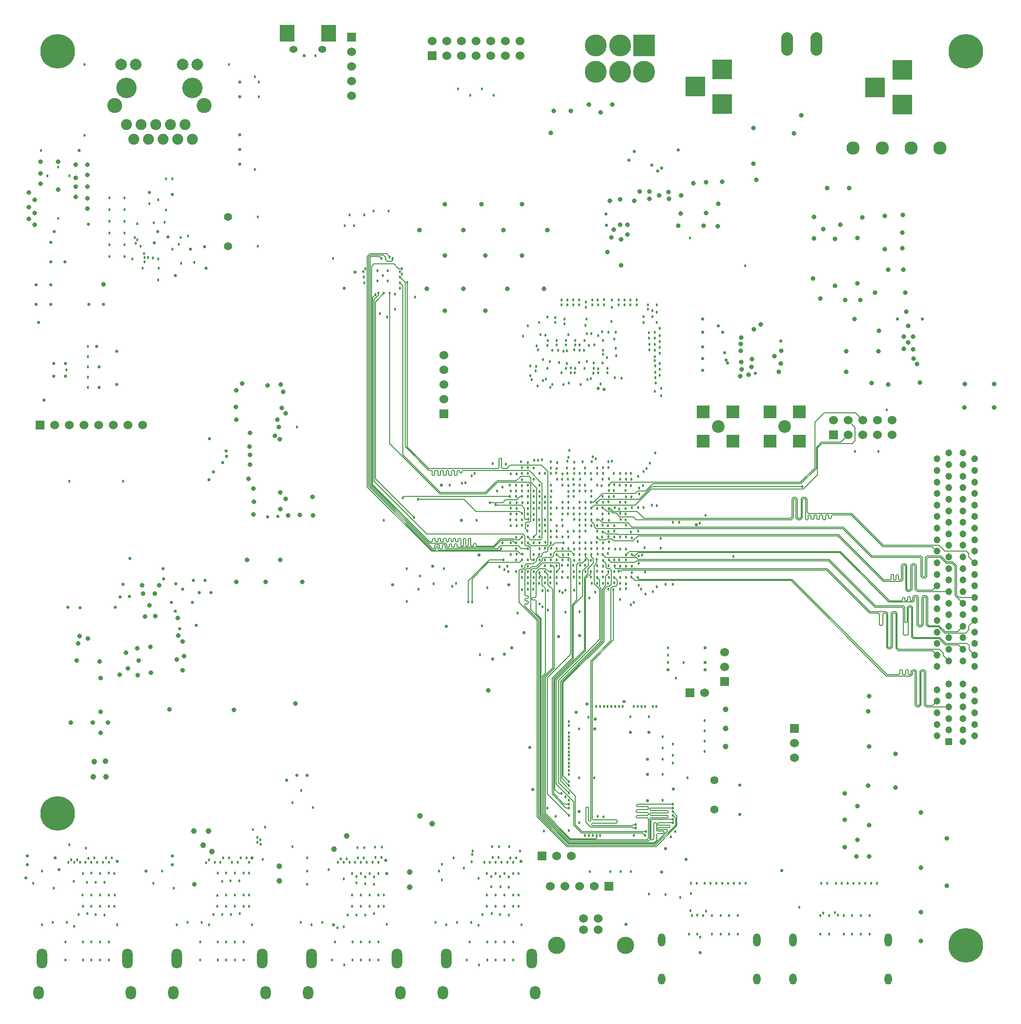
<source format=gbr>
G04 (created by PCBNEW (2013-07-07 BZR 4022)-stable) date 10/11/2015 03:16:48 PM*
%MOIN*%
G04 Gerber Fmt 3.4, Leading zero omitted, Abs format*
%FSLAX34Y34*%
G01*
G70*
G90*
G04 APERTURE LIST*
%ADD10C,0.00590551*%
%ADD11R,0.06X0.06*%
%ADD12C,0.06*%
%ADD13O,0.0511811X0.0905512*%
%ADD14O,0.0511811X0.0748031*%
%ADD15C,0.23622*%
%ADD16C,0.0905512*%
%ADD17R,0.0984252X0.11811*%
%ADD18O,0.0570866X0.0472441*%
%ADD19C,0.11811*%
%ADD20C,0.056*%
%ADD21O,0.0708661X0.137795*%
%ADD22O,0.0708661X0.0925197*%
%ADD23C,0.102362*%
%ADD24C,0.139764*%
%ADD25C,0.0751968*%
%ADD26C,0.0787402*%
%ADD27O,0.08X0.16*%
%ADD28R,0.1378X0.1378*%
%ADD29R,0.0472441X0.0472441*%
%ADD30C,0.0472441*%
%ADD31C,0.0866142*%
%ADD32R,0.0866142X0.0866142*%
%ADD33C,0.0393701*%
%ADD34C,0.15*%
%ADD35R,0.15X0.15*%
%ADD36C,0.018*%
%ADD37C,0.0318*%
%ADD38C,0.022*%
%ADD39C,0.005*%
G04 APERTURE END LIST*
G54D10*
G54D11*
X47605Y-49809D03*
G54D12*
X48605Y-49809D03*
X49605Y-49809D03*
X50605Y-49809D03*
X51605Y-49809D03*
X52605Y-49809D03*
X53605Y-49809D03*
X54605Y-49809D03*
G54D13*
X99019Y-84937D03*
X105515Y-84937D03*
G54D14*
X99019Y-87606D03*
X105515Y-87606D03*
G54D15*
X48820Y-24301D03*
X110820Y-85301D03*
X110820Y-24301D03*
G54D16*
X109035Y-30921D03*
X107066Y-30921D03*
X105097Y-30921D03*
X103129Y-30921D03*
G54D17*
X67317Y-23057D03*
X64482Y-23057D03*
G54D18*
X66884Y-24189D03*
X64915Y-24189D03*
G54D12*
X85730Y-83460D03*
X84730Y-83460D03*
X84730Y-84247D03*
X85730Y-84247D03*
G54D19*
X87592Y-85310D03*
X82868Y-85310D03*
G54D20*
X93660Y-76033D03*
X93660Y-74033D03*
G54D11*
X74385Y-24620D03*
G54D12*
X74385Y-23620D03*
X75385Y-24620D03*
X75385Y-23620D03*
X76385Y-24620D03*
X76385Y-23620D03*
X77385Y-24620D03*
X77385Y-23620D03*
X78385Y-24620D03*
X78385Y-23620D03*
X79385Y-24620D03*
X79385Y-23620D03*
X80385Y-24620D03*
X80385Y-23620D03*
G54D21*
X66160Y-86200D03*
X71987Y-86200D03*
G54D22*
X65924Y-88546D03*
X72223Y-88546D03*
G54D21*
X56960Y-86200D03*
X62787Y-86200D03*
G54D22*
X56724Y-88546D03*
X63023Y-88546D03*
G54D21*
X47760Y-86200D03*
X53587Y-86200D03*
G54D22*
X47524Y-88546D03*
X53823Y-88546D03*
G54D21*
X75360Y-86200D03*
X81187Y-86200D03*
G54D22*
X75124Y-88546D03*
X81423Y-88546D03*
G54D23*
X52701Y-28010D03*
X58800Y-28010D03*
G54D24*
X53500Y-26809D03*
X58000Y-26809D03*
G54D25*
X56498Y-29309D03*
X57998Y-30309D03*
X56998Y-30309D03*
X55998Y-30309D03*
X54998Y-30309D03*
X55498Y-29309D03*
X54498Y-29309D03*
X57498Y-29309D03*
G54D26*
X58361Y-25211D03*
X57361Y-25211D03*
X54140Y-25211D03*
X53140Y-25211D03*
G54D25*
X53498Y-29309D03*
X53998Y-30309D03*
G54D20*
X60447Y-35605D03*
X60447Y-37605D03*
G54D13*
X90034Y-84937D03*
X96531Y-84937D03*
G54D14*
X90034Y-87606D03*
X96531Y-87606D03*
G54D27*
X98602Y-23793D03*
X100602Y-23793D03*
G54D28*
X106478Y-27943D03*
X106478Y-25581D03*
X104628Y-26762D03*
X94182Y-27895D03*
X94182Y-25533D03*
X92332Y-26714D03*
G54D29*
X109631Y-71407D03*
G54D30*
X108843Y-71013D03*
X109631Y-70620D03*
X108843Y-70226D03*
X109631Y-69832D03*
X108843Y-69438D03*
X109631Y-69045D03*
X108843Y-68651D03*
X109631Y-68257D03*
X108843Y-67864D03*
X109631Y-67470D03*
X108843Y-66289D03*
X109631Y-65895D03*
X108843Y-65501D03*
X109631Y-65108D03*
X108843Y-64714D03*
X109631Y-64320D03*
X108843Y-63927D03*
X109631Y-63533D03*
X108843Y-63139D03*
X109631Y-62746D03*
X108843Y-62352D03*
X109631Y-61958D03*
X108843Y-61564D03*
X109631Y-61171D03*
X108843Y-60777D03*
X109631Y-60383D03*
X108843Y-59990D03*
X109631Y-59596D03*
X108843Y-59202D03*
X109631Y-58809D03*
X108843Y-58415D03*
X109631Y-58021D03*
X108843Y-57627D03*
X109631Y-57234D03*
X108843Y-56840D03*
X109631Y-56446D03*
X108843Y-56053D03*
X109631Y-55659D03*
X108843Y-55265D03*
X109631Y-54872D03*
X108843Y-54478D03*
X109631Y-54084D03*
X108843Y-53690D03*
X109631Y-53297D03*
X108843Y-52903D03*
X109631Y-52509D03*
X108843Y-52116D03*
X110615Y-71407D03*
X111402Y-71013D03*
X110615Y-70620D03*
X111402Y-70226D03*
X110615Y-69832D03*
X111402Y-69438D03*
X110615Y-69045D03*
X111402Y-68651D03*
X110615Y-68257D03*
X111402Y-67864D03*
X110615Y-67470D03*
X111402Y-66289D03*
X110615Y-65895D03*
X111402Y-65501D03*
X110615Y-65108D03*
X111402Y-64714D03*
X110615Y-64320D03*
X111402Y-63927D03*
X110615Y-63533D03*
X111402Y-63139D03*
X110615Y-62746D03*
X111402Y-62352D03*
X110615Y-61958D03*
X111402Y-61564D03*
X110615Y-61171D03*
X111402Y-60777D03*
X110615Y-60383D03*
X111402Y-59990D03*
X110615Y-59596D03*
X111402Y-59202D03*
X110615Y-58809D03*
X111402Y-58415D03*
X110615Y-58021D03*
X111402Y-57627D03*
X110615Y-57234D03*
X111402Y-56840D03*
X110615Y-56446D03*
X111402Y-56053D03*
X110615Y-55659D03*
X111402Y-55265D03*
X110615Y-54872D03*
X111402Y-54478D03*
X110615Y-54084D03*
X111402Y-53690D03*
X110615Y-53297D03*
X111402Y-52903D03*
X110615Y-52509D03*
X111402Y-52116D03*
X109631Y-51722D03*
X110615Y-51722D03*
G54D11*
X101772Y-50488D03*
G54D12*
X101772Y-49488D03*
X102772Y-50488D03*
X102772Y-49488D03*
X103772Y-50488D03*
X103772Y-49488D03*
X104772Y-50488D03*
X104772Y-49488D03*
X105772Y-50488D03*
X105772Y-49488D03*
G54D11*
X68890Y-23340D03*
G54D12*
X68890Y-24340D03*
X68890Y-25340D03*
X68890Y-26340D03*
X68890Y-27340D03*
G54D11*
X86441Y-81277D03*
G54D12*
X85441Y-81277D03*
X84441Y-81277D03*
X83441Y-81277D03*
X82441Y-81277D03*
G54D11*
X75172Y-49040D03*
G54D12*
X75172Y-48040D03*
X75172Y-47040D03*
X75172Y-46040D03*
X75172Y-45040D03*
G54D11*
X94331Y-67307D03*
G54D12*
X94331Y-66307D03*
X94331Y-65307D03*
G54D11*
X91969Y-68071D03*
G54D12*
X92969Y-68071D03*
G54D31*
X98450Y-49900D03*
G54D32*
X99453Y-48896D03*
X99453Y-50903D03*
X97446Y-50903D03*
X97446Y-48896D03*
G54D31*
X93900Y-49900D03*
G54D32*
X94903Y-48896D03*
X94903Y-50903D03*
X92896Y-50903D03*
X92896Y-48896D03*
G54D33*
X51237Y-73800D03*
X59100Y-77500D03*
X52086Y-72746D03*
X72850Y-80300D03*
X72850Y-81350D03*
X63950Y-79900D03*
X63950Y-80900D03*
X58100Y-77500D03*
X94400Y-71750D03*
X94400Y-70500D03*
X94400Y-69200D03*
G54D34*
X88856Y-25708D03*
X87206Y-25708D03*
X85556Y-25708D03*
X85556Y-23908D03*
X87206Y-23908D03*
G54D35*
X88856Y-23908D03*
G54D33*
X73560Y-76460D03*
X74380Y-77020D03*
X68540Y-77830D03*
X67670Y-78750D03*
X52101Y-73814D03*
X51300Y-72760D03*
X58750Y-78480D03*
X59340Y-78910D03*
G54D11*
X99110Y-70522D03*
G54D12*
X99110Y-71522D03*
X99110Y-72522D03*
G54D11*
X81887Y-79205D03*
G54D12*
X82887Y-79205D03*
X83887Y-79205D03*
G54D15*
X48820Y-76301D03*
G54D36*
X86298Y-45211D03*
X84816Y-52744D03*
X86041Y-44962D03*
X84651Y-52297D03*
X85077Y-44374D03*
X85245Y-53516D03*
X86653Y-52256D03*
X86429Y-43482D03*
X85730Y-43706D03*
X86409Y-52318D03*
X84846Y-54307D03*
X87303Y-46601D03*
X86919Y-44568D03*
X85645Y-53902D03*
X84445Y-53892D03*
X86029Y-45575D03*
X85697Y-45961D03*
X83675Y-54332D03*
X85641Y-53105D03*
X86031Y-44047D03*
X85723Y-46242D03*
X83627Y-53113D03*
X86039Y-44711D03*
X84029Y-53508D03*
X86350Y-46243D03*
X84460Y-54298D03*
X86049Y-53108D03*
X86823Y-43948D03*
X86951Y-45058D03*
X85548Y-52099D03*
X84810Y-53100D03*
X85407Y-45928D03*
X85434Y-44330D03*
X85359Y-51962D03*
X85428Y-45580D03*
X85276Y-52300D03*
X84779Y-45929D03*
X83657Y-53502D03*
X84775Y-44035D03*
X86419Y-52706D03*
X84743Y-44718D03*
X84435Y-53112D03*
X84441Y-44718D03*
X84475Y-53516D03*
X83046Y-45533D03*
X82485Y-53120D03*
X83346Y-44758D03*
X82464Y-52303D03*
X81701Y-53096D03*
X82266Y-44044D03*
X82161Y-46666D03*
X81603Y-52195D03*
X80928Y-53095D03*
X81605Y-44658D03*
X80907Y-52372D03*
X81459Y-46102D03*
X81505Y-44410D03*
X80511Y-52698D03*
X81487Y-45796D03*
X80442Y-52300D03*
X83205Y-46240D03*
X82890Y-52762D03*
X83505Y-44344D03*
X82902Y-52360D03*
X84073Y-53122D03*
X83841Y-45919D03*
X84075Y-52352D03*
X84144Y-44350D03*
X83625Y-52270D03*
X83833Y-46243D03*
X84083Y-44674D03*
X83731Y-51552D03*
X82890Y-44354D03*
X82491Y-52729D03*
X82263Y-45926D03*
X81882Y-52189D03*
X83261Y-53512D03*
X82996Y-44701D03*
X83567Y-45604D03*
X83669Y-52020D03*
X83265Y-53140D03*
X83517Y-45926D03*
X84990Y-46696D03*
X84048Y-54307D03*
X83665Y-53926D03*
X84430Y-45551D03*
X86443Y-53473D03*
X86352Y-45931D03*
X82899Y-53521D03*
X82413Y-45466D03*
X81354Y-52219D03*
X82249Y-44364D03*
X82584Y-44698D03*
X81305Y-52724D03*
X84939Y-45472D03*
X85638Y-52726D03*
X100957Y-81079D03*
X82090Y-56267D03*
X82488Y-56266D03*
X101357Y-81080D03*
X102071Y-83247D03*
X80133Y-55099D03*
X101874Y-83059D03*
X79719Y-55099D03*
X102362Y-81079D03*
X87622Y-58267D03*
X87604Y-57452D03*
X103162Y-81079D03*
X87571Y-55508D03*
X103962Y-81079D03*
X104762Y-81080D03*
X87586Y-55066D03*
X87205Y-58268D03*
X101962Y-81079D03*
X87207Y-57450D03*
X102761Y-81080D03*
X87163Y-55529D03*
X103562Y-81080D03*
X104362Y-81080D03*
X87216Y-55066D03*
X92045Y-81079D03*
X81699Y-58231D03*
X92445Y-81080D03*
X82076Y-58217D03*
X93087Y-82965D03*
X83640Y-57062D03*
X81310Y-60197D03*
X92890Y-83278D03*
X79594Y-59821D03*
X95395Y-81080D03*
X88511Y-54492D03*
X94595Y-81080D03*
X88455Y-55433D03*
X93794Y-81080D03*
X88421Y-57742D03*
X88481Y-58752D03*
X92995Y-81079D03*
X95795Y-81080D03*
X87976Y-54702D03*
X94995Y-81079D03*
X88803Y-55436D03*
X94195Y-81079D03*
X88006Y-57497D03*
X93395Y-81079D03*
X88717Y-58678D03*
X57727Y-36916D03*
X62276Y-32357D03*
X55678Y-34446D03*
X53908Y-38485D03*
X81305Y-55494D03*
X55673Y-38470D03*
X81301Y-54668D03*
X55669Y-39892D03*
X82094Y-55087D03*
X81705Y-55094D03*
X55698Y-39112D03*
X53367Y-38292D03*
X80139Y-56668D03*
X53366Y-34312D03*
X81688Y-55471D03*
X53367Y-35091D03*
X82488Y-55483D03*
X53366Y-35891D03*
X82484Y-55086D03*
X80935Y-54310D03*
X53366Y-36710D03*
X53366Y-37491D03*
X80527Y-54310D03*
X54233Y-37161D03*
X79735Y-56670D03*
X80919Y-55100D03*
X54990Y-38379D03*
X54143Y-37403D03*
X80927Y-55500D03*
X54469Y-37616D03*
X80539Y-55100D03*
X80125Y-54295D03*
X54720Y-38118D03*
X54734Y-38367D03*
X79734Y-54299D03*
X57228Y-37003D03*
X50638Y-30044D03*
X56203Y-35152D03*
X55095Y-34704D03*
X55298Y-38394D03*
X56655Y-37790D03*
X57069Y-37476D03*
X52336Y-35891D03*
X54233Y-36058D03*
X52335Y-37491D03*
G54D37*
X51931Y-40191D03*
G54D36*
X52336Y-36710D03*
X52337Y-35091D03*
X54070Y-37004D03*
X90809Y-60687D03*
X86030Y-54688D03*
X90465Y-65500D03*
X90316Y-60682D03*
X90465Y-65000D03*
X90465Y-66000D03*
X91561Y-66003D03*
X86063Y-57828D03*
X86427Y-57414D03*
X85641Y-55492D03*
X86027Y-55868D03*
X86461Y-58242D03*
X86391Y-58584D03*
X86025Y-56635D03*
X85659Y-56680D03*
X87121Y-59774D03*
X86861Y-59406D03*
X87207Y-59436D03*
X87161Y-59022D03*
X88492Y-59226D03*
X87999Y-59438D03*
X86057Y-58234D03*
X85621Y-57812D03*
X86021Y-57090D03*
X85639Y-57468D03*
X86796Y-54672D03*
X86786Y-54267D03*
X88790Y-53933D03*
X87607Y-53496D03*
X88821Y-52972D03*
X87951Y-53101D03*
X88409Y-60217D03*
X87966Y-60172D03*
X86447Y-59018D03*
X86027Y-58642D03*
X88000Y-58625D03*
X87609Y-58674D03*
X85659Y-56286D03*
X85261Y-56270D03*
X86811Y-53877D03*
X87171Y-53907D03*
X88518Y-54098D03*
X87571Y-54272D03*
X88447Y-53312D03*
X87991Y-53507D03*
X88920Y-59855D03*
X87606Y-59432D03*
X86031Y-55084D03*
X86401Y-55042D03*
X86436Y-55502D03*
X86026Y-55432D03*
X87218Y-53500D03*
X86387Y-56683D03*
X89980Y-57540D03*
X86817Y-57051D03*
X89970Y-58200D03*
X91250Y-56445D03*
X87259Y-56242D03*
X90800Y-56445D03*
X87586Y-56281D03*
X87221Y-53117D03*
X99636Y-54010D03*
X85622Y-55097D03*
X85229Y-55068D03*
X85243Y-55475D03*
X86438Y-53896D03*
X83665Y-54686D03*
X83667Y-55081D03*
X80518Y-53114D03*
G54D38*
X75002Y-53901D03*
G54D36*
X90123Y-71066D03*
X82882Y-60193D03*
X87227Y-61711D03*
X83705Y-70810D03*
X83670Y-58628D03*
X83705Y-71066D03*
X83275Y-58232D03*
X82521Y-58213D03*
X83705Y-71322D03*
X84029Y-59380D03*
X83705Y-70042D03*
X83665Y-59022D03*
X83705Y-70298D03*
X82881Y-58626D03*
X83706Y-76441D03*
X88924Y-69018D03*
X87603Y-60200D03*
X87604Y-60987D03*
X88668Y-69018D03*
X86380Y-60598D03*
X85085Y-77798D03*
X85341Y-77797D03*
X86407Y-61006D03*
X86826Y-60198D03*
X88284Y-77316D03*
X88291Y-77068D03*
X86754Y-61046D03*
X85204Y-59806D03*
X88924Y-77798D03*
X85632Y-60197D03*
X88981Y-77544D03*
X84451Y-57841D03*
X88412Y-69018D03*
X84850Y-58231D03*
X88156Y-69018D03*
X86363Y-69019D03*
X87211Y-60594D03*
X87219Y-61018D03*
X86107Y-69019D03*
X85851Y-69019D03*
X86026Y-59798D03*
X86433Y-60190D03*
X85595Y-69015D03*
X85639Y-59422D03*
X83705Y-77464D03*
X84829Y-77797D03*
X85659Y-59789D03*
X82486Y-59414D03*
X85597Y-77797D03*
X83705Y-74137D03*
X86041Y-59042D03*
X86418Y-59806D03*
X83705Y-74393D03*
X85251Y-58638D03*
X83230Y-74954D03*
X83705Y-74905D03*
X85617Y-58988D03*
X88136Y-61915D03*
X83482Y-75161D03*
X87952Y-62084D03*
X83704Y-75417D03*
X84846Y-58632D03*
X83705Y-75672D03*
X83705Y-75928D03*
X84846Y-59019D03*
X83705Y-71578D03*
X81702Y-60211D03*
X81921Y-61100D03*
X83705Y-71834D03*
X81672Y-60601D03*
X83705Y-72090D03*
X81293Y-61012D03*
X83705Y-72346D03*
X80917Y-60202D03*
X83705Y-72601D03*
X83705Y-72857D03*
X80926Y-61006D03*
X83705Y-73113D03*
X80909Y-60614D03*
X83705Y-73369D03*
X80526Y-61042D03*
X89691Y-69018D03*
X84828Y-59377D03*
X82881Y-59807D03*
X90814Y-76953D03*
X90815Y-76697D03*
X82487Y-59812D03*
X84060Y-58624D03*
X90814Y-76441D03*
X90815Y-76185D03*
X83332Y-57854D03*
X81711Y-59857D03*
X90815Y-75929D03*
X82093Y-59807D03*
X90815Y-75673D03*
X83257Y-59375D03*
X87131Y-69019D03*
X86619Y-69019D03*
X83274Y-59018D03*
X86032Y-60188D03*
X90123Y-71834D03*
X82093Y-59019D03*
X87387Y-69019D03*
X82882Y-59020D03*
X86875Y-69019D03*
X89436Y-69018D03*
X84480Y-59388D03*
X101088Y-83104D03*
X93042Y-55976D03*
X81307Y-56262D03*
X92636Y-56503D03*
X81693Y-56261D03*
X92103Y-83282D03*
X80220Y-62645D03*
X80518Y-59807D03*
X77295Y-53110D03*
X80523Y-53530D03*
X49408Y-46051D03*
X82083Y-54691D03*
X81729Y-54328D03*
X50865Y-45850D03*
X76639Y-53754D03*
X50865Y-46550D03*
X76400Y-53768D03*
X50865Y-47250D03*
X79689Y-53894D03*
X50865Y-44450D03*
X50865Y-45150D03*
X80517Y-53926D03*
X80519Y-60200D03*
X75761Y-60815D03*
X80151Y-53128D03*
X77067Y-53281D03*
X72643Y-59599D03*
X75564Y-53900D03*
X78143Y-60913D03*
X82487Y-57432D03*
X82111Y-57817D03*
X76004Y-60614D03*
X85113Y-61607D03*
X78524Y-79297D03*
X78918Y-79316D03*
X85221Y-60169D03*
X79115Y-79626D03*
X85508Y-61191D03*
X79508Y-79626D03*
X85635Y-60591D03*
X79705Y-79325D03*
X84454Y-59806D03*
X80099Y-79331D03*
X84849Y-59807D03*
X77138Y-78874D03*
X84435Y-58642D03*
X84062Y-59807D03*
X77933Y-79626D03*
X78327Y-79626D03*
X84048Y-60172D03*
X81303Y-59803D03*
X77070Y-79616D03*
X84445Y-59005D03*
X77114Y-79113D03*
X82487Y-59019D03*
X75861Y-79354D03*
X69324Y-79354D03*
X81712Y-62012D03*
X69718Y-79347D03*
X81930Y-62206D03*
X69914Y-79626D03*
X83471Y-61089D03*
X70308Y-79626D03*
X83260Y-60211D03*
X70506Y-79300D03*
X83078Y-61123D03*
X70899Y-79312D03*
X83274Y-61254D03*
X68536Y-79408D03*
X82287Y-61090D03*
X84067Y-61081D03*
X68734Y-79625D03*
X84450Y-60190D03*
X69127Y-79625D03*
X82459Y-60203D03*
X67947Y-79625D03*
X82093Y-60580D03*
X68340Y-79627D03*
X68142Y-79414D03*
X82460Y-60568D03*
X50924Y-79359D03*
X80516Y-56655D03*
X51318Y-79343D03*
X80914Y-56657D03*
X51515Y-79625D03*
X79731Y-55880D03*
X51910Y-79625D03*
X80147Y-55878D03*
X52106Y-79349D03*
X79733Y-55478D03*
X52499Y-79342D03*
X80912Y-55871D03*
X78697Y-55249D03*
X80948Y-56229D03*
X50137Y-79478D03*
X79719Y-56264D03*
X50334Y-79629D03*
X80525Y-56270D03*
X50727Y-79623D03*
X72371Y-54787D03*
X79669Y-54672D03*
X49546Y-79633D03*
X49940Y-79629D03*
X78314Y-55092D03*
X80507Y-54666D03*
X80512Y-55854D03*
X73418Y-54865D03*
X49743Y-79478D03*
X79731Y-57834D03*
X60124Y-79348D03*
X80517Y-57848D03*
X60518Y-79354D03*
X79740Y-58634D03*
X60715Y-79625D03*
X61109Y-79625D03*
X80136Y-58619D03*
X81700Y-57445D03*
X61305Y-79344D03*
X61699Y-79343D03*
X81701Y-57837D03*
X62668Y-78420D03*
X79318Y-59658D03*
X59533Y-79628D03*
X81715Y-57043D03*
X59928Y-79625D03*
X82111Y-57042D03*
X78977Y-59481D03*
X62456Y-77946D03*
X59142Y-79488D03*
X62453Y-78263D03*
X77102Y-61876D03*
X80516Y-59021D03*
X58948Y-79663D03*
X79231Y-59006D03*
X76844Y-61878D03*
X62663Y-78106D03*
X80914Y-57840D03*
X72693Y-40057D03*
X80915Y-57447D03*
X72189Y-39719D03*
X72297Y-39522D03*
X80520Y-59448D03*
X80914Y-59017D03*
X72190Y-39324D03*
X80124Y-57840D03*
X72299Y-39128D03*
X79085Y-58243D03*
X71686Y-38428D03*
X71489Y-38323D03*
X80535Y-58612D03*
X70899Y-38427D03*
X80912Y-58228D03*
X80886Y-57025D03*
X71489Y-40812D03*
X72188Y-40112D03*
X81306Y-57444D03*
X70505Y-40917D03*
X80518Y-57445D03*
X70702Y-40812D03*
X81306Y-59018D03*
X80904Y-59448D03*
X73163Y-56122D03*
X71095Y-40812D03*
G54D38*
X90054Y-80315D03*
G54D36*
X77788Y-63509D03*
X84445Y-62530D03*
X82881Y-58234D03*
X76968Y-27311D03*
X87961Y-80289D03*
X89723Y-60847D03*
X76150Y-26881D03*
X89456Y-61176D03*
X87260Y-80289D03*
X87198Y-60190D03*
X83495Y-62560D03*
X82485Y-58625D03*
X81703Y-59016D03*
X82289Y-62446D03*
X47160Y-81069D03*
X55360Y-81069D03*
X76083Y-83727D03*
X66883Y-83728D03*
X74623Y-83727D03*
X57683Y-83727D03*
X48483Y-83727D03*
X64859Y-78577D03*
X65423Y-83737D03*
X64859Y-75569D03*
G54D37*
X105271Y-37790D03*
X101866Y-37112D03*
X100459Y-37056D03*
X103406Y-37049D03*
X106497Y-35471D03*
X106488Y-37739D03*
X106470Y-36664D03*
X105279Y-35536D03*
X101095Y-36436D03*
X100450Y-35611D03*
X102250Y-36151D03*
X103750Y-35641D03*
X96300Y-29546D03*
X110700Y-48600D03*
X104384Y-46924D03*
X105500Y-47038D03*
X104845Y-44776D03*
X104871Y-43377D03*
X110750Y-47000D03*
G54D36*
X83277Y-59804D03*
X77656Y-65462D03*
G54D38*
X81048Y-71818D03*
G54D36*
X77768Y-26882D03*
X88942Y-61353D03*
X85160Y-80289D03*
X85677Y-58614D03*
X78568Y-27311D03*
X88640Y-61012D03*
X86424Y-59413D03*
X86560Y-80289D03*
G54D38*
X81254Y-74680D03*
G54D36*
X82815Y-76500D03*
G54D38*
X65644Y-24615D03*
G54D36*
X69752Y-40112D03*
X67615Y-38450D03*
X68733Y-35471D03*
X66412Y-24597D03*
X69696Y-39325D03*
X69798Y-39128D03*
X50531Y-82640D03*
X50250Y-83200D03*
X49950Y-84000D03*
X78400Y-81300D03*
X78721Y-81870D03*
X76550Y-80050D03*
X77800Y-83200D03*
X78130Y-82643D03*
X77550Y-83950D03*
X68350Y-84050D03*
X69200Y-83250D03*
X68930Y-82639D03*
X68600Y-83250D03*
X67900Y-84100D03*
X69200Y-81050D03*
X68926Y-80411D03*
X67300Y-80150D03*
X59730Y-82636D03*
X59450Y-83200D03*
X59150Y-83900D03*
X79902Y-81867D03*
X79600Y-81350D03*
X79311Y-81868D03*
X79050Y-81300D03*
X79902Y-82644D03*
X79600Y-83250D03*
X79311Y-82643D03*
X79000Y-83200D03*
X78721Y-82632D03*
X78450Y-83150D03*
X51713Y-80395D03*
X52000Y-81000D03*
X51123Y-80387D03*
X51400Y-81000D03*
X50533Y-80391D03*
X50800Y-81000D03*
X52302Y-82631D03*
X51400Y-83200D03*
X51122Y-82635D03*
X50850Y-83150D03*
X51713Y-82632D03*
X52000Y-83250D03*
X60321Y-82628D03*
X60050Y-83200D03*
X60650Y-83200D03*
X60911Y-82635D03*
X61250Y-83150D03*
X61502Y-82634D03*
X70112Y-82634D03*
X70400Y-83150D03*
X69523Y-82631D03*
X69800Y-83250D03*
X70112Y-80413D03*
X70400Y-81150D03*
X69523Y-80398D03*
X69800Y-81100D03*
X61504Y-80381D03*
X61200Y-80900D03*
X60913Y-80381D03*
X60600Y-80900D03*
X60322Y-80379D03*
X60050Y-80950D03*
X59732Y-80376D03*
G54D37*
X58150Y-81150D03*
X107750Y-83050D03*
X60850Y-69250D03*
X56450Y-69200D03*
X103400Y-78100D03*
X103400Y-75800D03*
X102550Y-74950D03*
X102550Y-76750D03*
X102550Y-78600D03*
X103350Y-79250D03*
X104150Y-69350D03*
X104200Y-71750D03*
X104200Y-79250D03*
X104200Y-77100D03*
X104150Y-74400D03*
X106000Y-72250D03*
X107750Y-76250D03*
X109500Y-78000D03*
X106000Y-74550D03*
X104200Y-68300D03*
X109500Y-81250D03*
X107750Y-80000D03*
X65050Y-68800D03*
X55166Y-66699D03*
X63000Y-60500D03*
X65500Y-60500D03*
X64000Y-59000D03*
X61750Y-59000D03*
X61000Y-60500D03*
G54D38*
X58881Y-60410D03*
G54D37*
X75250Y-42000D03*
X78000Y-42000D03*
X79500Y-40500D03*
X76500Y-40500D03*
X74000Y-40500D03*
X75250Y-38250D03*
X80500Y-34750D03*
X78000Y-38250D03*
X80500Y-38250D03*
X82250Y-36500D03*
X79250Y-36500D03*
X76500Y-36500D03*
X73500Y-36500D03*
X75250Y-34750D03*
X77750Y-34750D03*
X82000Y-40500D03*
X107750Y-85000D03*
G54D38*
X65150Y-73700D03*
X64450Y-74050D03*
X65850Y-73700D03*
X54850Y-80250D03*
X56650Y-79200D03*
X56650Y-79800D03*
X48900Y-80150D03*
X48650Y-79350D03*
X46650Y-80700D03*
X46750Y-79200D03*
X46750Y-79800D03*
X90329Y-78721D03*
G54D36*
X100890Y-84545D03*
X101480Y-84545D03*
X102464Y-84546D03*
G54D38*
X92693Y-85800D03*
G54D36*
X93480Y-84544D03*
X92495Y-84544D03*
X91905Y-84547D03*
G54D38*
X87620Y-83881D03*
G54D36*
X90298Y-81832D03*
X104236Y-83282D03*
X104236Y-84545D03*
X103647Y-83282D03*
X103646Y-84544D03*
X103055Y-83282D03*
X103055Y-84545D03*
X102464Y-83282D03*
X101480Y-83282D03*
X100889Y-83282D03*
X104850Y-51600D03*
X75333Y-83895D03*
X66131Y-83910D03*
X91008Y-67061D03*
G54D37*
X86670Y-27940D03*
X85080Y-27950D03*
X85870Y-28460D03*
G54D36*
X93480Y-83269D03*
X94661Y-83282D03*
X94661Y-84545D03*
X94070Y-84545D03*
X79502Y-59451D03*
X82486Y-53901D03*
X80296Y-81867D03*
X80296Y-82643D03*
X78130Y-81875D03*
X78721Y-79624D03*
X78721Y-80399D03*
X79902Y-79624D03*
X80296Y-80400D03*
X79902Y-80399D03*
X70702Y-79624D03*
X70701Y-80396D03*
X92017Y-82953D03*
X78726Y-85057D03*
X79317Y-85057D03*
X79907Y-85057D03*
X79907Y-86320D03*
X79317Y-86320D03*
X78726Y-86320D03*
X78136Y-86320D03*
X78136Y-85057D03*
X76955Y-85056D03*
X68372Y-86630D03*
X68936Y-86319D03*
X69527Y-86320D03*
X70117Y-86320D03*
X70708Y-86320D03*
X70708Y-85057D03*
X70117Y-85057D03*
X69527Y-85057D03*
X68936Y-85057D03*
X67754Y-85057D03*
X61508Y-85056D03*
X61508Y-86320D03*
X60917Y-85057D03*
X60917Y-86319D03*
X60326Y-86320D03*
X60326Y-85057D03*
X59736Y-85057D03*
X59736Y-86320D03*
X58555Y-85057D03*
X58554Y-86320D03*
X49355Y-85057D03*
X49355Y-86319D03*
X50536Y-86319D03*
X51126Y-86320D03*
X51717Y-86320D03*
X52307Y-86320D03*
X52308Y-85057D03*
X51717Y-85057D03*
X51127Y-85057D03*
X50536Y-85057D03*
X87613Y-54701D03*
X82881Y-57055D03*
X86865Y-58279D03*
X86445Y-57762D03*
X87621Y-56638D03*
X49615Y-53636D03*
G54D38*
X71224Y-79492D03*
G54D36*
X82261Y-75942D03*
G54D38*
X95385Y-74368D03*
X95377Y-76370D03*
G54D37*
X48850Y-31850D03*
X47650Y-31850D03*
X47650Y-32650D03*
X47650Y-33350D03*
G54D36*
X48850Y-32208D03*
G54D37*
X46850Y-33950D03*
X46850Y-34950D03*
X46850Y-35750D03*
X47250Y-36150D03*
X47250Y-35350D03*
X47250Y-34450D03*
X48850Y-33750D03*
X50050Y-32050D03*
X50850Y-32050D03*
X50850Y-32750D03*
X50850Y-33550D03*
X50850Y-34350D03*
X50850Y-35050D03*
G54D36*
X49623Y-32790D03*
G54D37*
X50050Y-34250D03*
X50050Y-33550D03*
X50050Y-32950D03*
G54D38*
X92400Y-56593D03*
G54D36*
X77428Y-56292D03*
X74492Y-60625D03*
X72642Y-61823D03*
G54D38*
X90836Y-74649D03*
X84416Y-76187D03*
G54D36*
X84451Y-55867D03*
G54D38*
X93019Y-65000D03*
X93021Y-66499D03*
X93021Y-66001D03*
X53735Y-58911D03*
X58066Y-60410D03*
X58006Y-61910D03*
X58270Y-63473D03*
X49352Y-46485D03*
X48541Y-46484D03*
X47887Y-48090D03*
X52840Y-47033D03*
X52839Y-44789D03*
X47499Y-42815D03*
X51932Y-41559D03*
X50932Y-41558D03*
X48331Y-41558D03*
X47332Y-41559D03*
X49325Y-38660D03*
X48350Y-38660D03*
X50910Y-36100D03*
X50272Y-31078D03*
X61241Y-26392D03*
X61242Y-27392D03*
X61242Y-29992D03*
X61242Y-30992D03*
X61244Y-31992D03*
X59176Y-50753D03*
X87804Y-31727D03*
X69098Y-39382D03*
X68376Y-40457D03*
G54D36*
X89730Y-55300D03*
G54D38*
X83027Y-64228D03*
X80646Y-63960D03*
X79310Y-65442D03*
X78499Y-65771D03*
X84932Y-68844D03*
X85528Y-69868D03*
X87469Y-68666D03*
X89180Y-70759D03*
X87901Y-70758D03*
X84226Y-69397D03*
X85493Y-70554D03*
X89076Y-75424D03*
X89075Y-73624D03*
X89080Y-72594D03*
G54D37*
X96299Y-31964D03*
X112759Y-48599D03*
X112760Y-47000D03*
X101350Y-33641D03*
X102850Y-33640D03*
G54D36*
X68407Y-36215D03*
X69060Y-36215D03*
X65157Y-49954D03*
X95755Y-38944D03*
X91989Y-37042D03*
X105400Y-48787D03*
X99453Y-82718D03*
X92496Y-83251D03*
X95252Y-83282D03*
X94071Y-83283D03*
X95251Y-84545D03*
X89190Y-81808D03*
X80490Y-83896D03*
X77579Y-86634D03*
X69521Y-79628D03*
X71096Y-81876D03*
X71096Y-82635D03*
X70702Y-82636D03*
X71290Y-83876D03*
X56932Y-83895D03*
X61895Y-79631D03*
X61896Y-80382D03*
X61895Y-81885D03*
X61895Y-82634D03*
X62089Y-83895D03*
X51121Y-79637D03*
X52302Y-79623D03*
X52696Y-80391D03*
X52696Y-82629D03*
X52700Y-81874D03*
X52886Y-83895D03*
X47733Y-83895D03*
X92976Y-71373D03*
X92975Y-72074D03*
X90815Y-72346D03*
X90815Y-72858D03*
X83706Y-73626D03*
X85458Y-73874D03*
X85666Y-76522D03*
X86076Y-76536D03*
X88156Y-77795D03*
X90967Y-77527D03*
G54D38*
X56650Y-34075D03*
X55075Y-33946D03*
X58951Y-39118D03*
X58852Y-37641D03*
X57883Y-37822D03*
G54D36*
X54605Y-39112D03*
X52336Y-34311D03*
X52335Y-38291D03*
X55388Y-35992D03*
G54D38*
X55650Y-36609D03*
G54D36*
X56108Y-35965D03*
X62494Y-37605D03*
X62484Y-35606D03*
X48111Y-32790D03*
X48850Y-35721D03*
X47672Y-31059D03*
X50631Y-25216D03*
X73209Y-41066D03*
X70812Y-42219D03*
X71297Y-42434D03*
X71853Y-41901D03*
X70657Y-39959D03*
X71004Y-39608D03*
X70657Y-39280D03*
X71336Y-39280D03*
X71336Y-39959D03*
G54D37*
X102661Y-46177D03*
G54D38*
X59445Y-53022D03*
G54D37*
X106889Y-43039D03*
X106680Y-40780D03*
X106733Y-42085D03*
X107687Y-46910D03*
X107470Y-45629D03*
X107243Y-45274D03*
X106583Y-44614D03*
X107228Y-44641D03*
X106580Y-43762D03*
X106895Y-44176D03*
X107207Y-43762D03*
G54D36*
X69761Y-35479D03*
X70391Y-35213D03*
X88460Y-57030D03*
X80913Y-59812D03*
X81317Y-57838D03*
X81309Y-58636D03*
X81309Y-55891D03*
X79312Y-80411D03*
X78130Y-80414D03*
X81699Y-54687D03*
X82876Y-59407D03*
X83311Y-58667D03*
X84089Y-59046D03*
X80127Y-59020D03*
X80905Y-54674D03*
X81309Y-53513D03*
X86793Y-53113D03*
G54D38*
X79611Y-60692D03*
G54D36*
X80119Y-57466D03*
X84454Y-56264D03*
X84854Y-56651D03*
X85243Y-58237D03*
X86446Y-54707D03*
X86457Y-56318D03*
X86806Y-60589D03*
X86425Y-57068D03*
X82093Y-60205D03*
X84857Y-55862D03*
X87221Y-55852D03*
G54D37*
X61421Y-46973D03*
X61011Y-47443D03*
X60981Y-48573D03*
X61021Y-49433D03*
X61941Y-50343D03*
X61847Y-53463D03*
X62169Y-54128D03*
X62190Y-55913D03*
X62197Y-55031D03*
X53605Y-66419D03*
X53479Y-65355D03*
X54242Y-65054D03*
X54340Y-65880D03*
X54284Y-66874D03*
X53038Y-66832D03*
X51750Y-67060D03*
X91378Y-34146D03*
G54D38*
X92837Y-46086D03*
X96437Y-46286D03*
G54D36*
X86040Y-59425D03*
G54D37*
X105513Y-39212D03*
X106549Y-39205D03*
X103197Y-42586D03*
X102653Y-44770D03*
X103625Y-41256D03*
X102575Y-41276D03*
X100885Y-41186D03*
X100395Y-39806D03*
X101895Y-40306D03*
X103415Y-40126D03*
X104625Y-40756D03*
X93911Y-34693D03*
X94170Y-33220D03*
X93096Y-33249D03*
X92228Y-33312D03*
X88563Y-33871D03*
X88178Y-34494D03*
X86519Y-34508D03*
X87198Y-34417D03*
X89226Y-34387D03*
X89208Y-33888D03*
X90558Y-34374D03*
X89888Y-34126D03*
X90527Y-33892D03*
X54578Y-60749D03*
X55740Y-60728D03*
X55159Y-64928D03*
X54663Y-61310D03*
X55446Y-61319D03*
X55474Y-62842D03*
X55070Y-62110D03*
X54774Y-62856D03*
X61916Y-51269D03*
X61941Y-51853D03*
X61952Y-52502D03*
X97737Y-45096D03*
X98202Y-44736D03*
X98187Y-45606D03*
X98052Y-46176D03*
X96343Y-43261D03*
X96819Y-42939D03*
X95972Y-46362D03*
X96182Y-45844D03*
X96203Y-45305D03*
X95412Y-46488D03*
X95517Y-46012D03*
X95489Y-45501D03*
X95437Y-44280D03*
X95441Y-44752D03*
X95465Y-43846D03*
G54D38*
X92837Y-45286D03*
X92837Y-44486D03*
X92837Y-42586D03*
X92837Y-43486D03*
X91188Y-31026D03*
X56344Y-36959D03*
X55417Y-37363D03*
G54D36*
X50527Y-81878D03*
X51116Y-81875D03*
X51707Y-81876D03*
X52301Y-81873D03*
X52304Y-80385D03*
X61504Y-81875D03*
X60909Y-81879D03*
X60319Y-81881D03*
X59728Y-81892D03*
X68927Y-81883D03*
X69519Y-81878D03*
X70109Y-81884D03*
X70703Y-81879D03*
G54D38*
X77571Y-58678D03*
G54D36*
X89026Y-52762D03*
X81566Y-47140D03*
X81939Y-46784D03*
X84032Y-53888D03*
X83205Y-41272D03*
X83616Y-41263D03*
X84027Y-41260D03*
X84420Y-41257D03*
X84882Y-41399D03*
X85325Y-41260D03*
X85693Y-41260D03*
X86109Y-41250D03*
X87120Y-41275D03*
X87516Y-41281D03*
X88356Y-41281D03*
X87906Y-41287D03*
X83596Y-52753D03*
X80157Y-55522D03*
X79418Y-52483D03*
X79185Y-57855D03*
X82883Y-44048D03*
X83279Y-55870D03*
X87999Y-55432D03*
X83272Y-57449D03*
X84456Y-57050D03*
X84848Y-57050D03*
X79165Y-54050D03*
X80125Y-53906D03*
X87621Y-58992D03*
X87951Y-53927D03*
X83661Y-55861D03*
X84847Y-57836D03*
X89584Y-43487D03*
X89571Y-43882D03*
X89593Y-44302D03*
X89566Y-44707D03*
X89616Y-46588D03*
X89613Y-46192D03*
X89607Y-45787D03*
X89593Y-45418D03*
X86903Y-43482D03*
X86841Y-46579D03*
X89593Y-47494D03*
X86637Y-41278D03*
X85884Y-46999D03*
X85377Y-46276D03*
X85991Y-43432D03*
X83671Y-43631D03*
X83513Y-44038D03*
X83397Y-42578D03*
X85235Y-43580D03*
X84149Y-44038D03*
X84150Y-45928D03*
X82258Y-42448D03*
X80901Y-43046D03*
X81792Y-43639D03*
X82104Y-43681D03*
X81955Y-45348D03*
X81088Y-45787D03*
X82587Y-47023D03*
X82794Y-42475D03*
X88482Y-60730D03*
X85954Y-53935D03*
X85242Y-54688D03*
X85197Y-53117D03*
X82092Y-53102D03*
X83650Y-60214D03*
X89613Y-51719D03*
X84922Y-42560D03*
X85276Y-60608D03*
X55950Y-80239D03*
X47750Y-80239D03*
X65450Y-74750D03*
X84462Y-44354D03*
X85213Y-46630D03*
X73450Y-61008D03*
X73534Y-60115D03*
X86435Y-55852D03*
X82489Y-54691D03*
X53282Y-53636D03*
X71096Y-56317D03*
X56223Y-33006D03*
X57251Y-38776D03*
X56648Y-33008D03*
X58136Y-38690D03*
X90816Y-71578D03*
G54D38*
X90048Y-32272D03*
X58470Y-61243D03*
X52752Y-62239D03*
X53070Y-61537D03*
X60308Y-51568D03*
X60341Y-51953D03*
X89780Y-32476D03*
X89376Y-32062D03*
X56592Y-61913D03*
X56870Y-60645D03*
X56036Y-60310D03*
X53717Y-61519D03*
X60076Y-52365D03*
X53268Y-60689D03*
X59271Y-61243D03*
X57335Y-61010D03*
X106145Y-42576D03*
X107845Y-42576D03*
G54D37*
X96530Y-33080D03*
X99080Y-29920D03*
X99580Y-28680D03*
X82667Y-28362D03*
X83852Y-28362D03*
G54D36*
X76758Y-86322D03*
X67558Y-86316D03*
X92692Y-84753D03*
X92045Y-81772D03*
X91316Y-82050D03*
G54D37*
X82490Y-29860D03*
G54D38*
X59141Y-53553D03*
X56002Y-59610D03*
G54D37*
X57462Y-65586D03*
X57357Y-66531D03*
G54D36*
X71423Y-35214D03*
G54D37*
X57059Y-64187D03*
X57347Y-64570D03*
G54D38*
X57133Y-63712D03*
X88189Y-31155D03*
G54D37*
X93883Y-36230D03*
X92930Y-36219D03*
X63147Y-47112D03*
X64031Y-47043D03*
X64391Y-49013D03*
X64101Y-48643D03*
X64201Y-47533D03*
X57020Y-62970D03*
G54D38*
X56857Y-62503D03*
G54D36*
X66248Y-75917D03*
X48547Y-81418D03*
X56748Y-81418D03*
G54D37*
X56944Y-65803D03*
X91363Y-35369D03*
X91195Y-36209D03*
X93085Y-35327D03*
X63968Y-50789D03*
X63660Y-50530D03*
X63905Y-49949D03*
X63828Y-49438D03*
G54D36*
X87586Y-55872D03*
G54D37*
X66227Y-54707D03*
X66241Y-55960D03*
X65331Y-55932D03*
X64561Y-55960D03*
X64008Y-55554D03*
X64008Y-54399D03*
X64365Y-54833D03*
G54D36*
X87960Y-57090D03*
X89373Y-55258D03*
X88889Y-58186D03*
X83273Y-56658D03*
X82879Y-56658D03*
X82875Y-57448D03*
X86831Y-55452D03*
X86811Y-56662D03*
X86824Y-57446D03*
X83667Y-55476D03*
X84061Y-55869D03*
X84849Y-56262D03*
X84060Y-57842D03*
X83269Y-55486D03*
X84081Y-56254D03*
X83670Y-57440D03*
X82489Y-57839D03*
G54D38*
X63831Y-56047D03*
X63133Y-56069D03*
G54D36*
X84848Y-55081D03*
X83251Y-56272D03*
X85242Y-56657D03*
X84848Y-55476D03*
X84456Y-56655D03*
X84062Y-57050D03*
X85245Y-57841D03*
X84455Y-57445D03*
G54D37*
X87290Y-38893D03*
G54D36*
X81174Y-46693D03*
X86019Y-53500D03*
G54D37*
X86612Y-36993D03*
X86769Y-36471D03*
X87206Y-36147D03*
X86333Y-37996D03*
X87719Y-36142D03*
X87714Y-36813D03*
X87273Y-37155D03*
G54D38*
X94197Y-43486D03*
X93913Y-43049D03*
X86268Y-36180D03*
X86244Y-35418D03*
G54D36*
X84841Y-42996D03*
X81715Y-53906D03*
X84828Y-53909D03*
X80901Y-52720D03*
X87603Y-53116D03*
X86037Y-52722D03*
X84036Y-54679D03*
X83292Y-53920D03*
X82851Y-53088D03*
X84079Y-52758D03*
X86616Y-42732D03*
G54D38*
X85713Y-47290D03*
X86103Y-47365D03*
G54D36*
X83397Y-42911D03*
X83595Y-44755D03*
X84126Y-46228D03*
X83346Y-47044D03*
X84528Y-47041D03*
X80589Y-43744D03*
X81696Y-42821D03*
X81093Y-46450D03*
X82788Y-42820D03*
X82449Y-47242D03*
X103250Y-51600D03*
X82083Y-56648D03*
X80125Y-59806D03*
X81302Y-60590D03*
X79602Y-80636D03*
X79012Y-80618D03*
X78420Y-80608D03*
X77558Y-80730D03*
X70414Y-80628D03*
X69824Y-80634D03*
X69211Y-80607D03*
G54D38*
X62070Y-79341D03*
G54D36*
X80364Y-78884D03*
X79652Y-78580D03*
X78962Y-78584D03*
X78467Y-78578D03*
X70932Y-78599D03*
X70474Y-78598D03*
X69759Y-78644D03*
X69286Y-78646D03*
G54D38*
X56858Y-39591D03*
X71293Y-80417D03*
G54D36*
X81999Y-77516D03*
G54D38*
X76380Y-56292D03*
G54D36*
X58640Y-83727D03*
X75178Y-59603D03*
G54D38*
X67633Y-83916D03*
X52871Y-79557D03*
X80453Y-79584D03*
X98173Y-44087D03*
X48586Y-36600D03*
X48346Y-37335D03*
X48332Y-40242D03*
X47333Y-40240D03*
X48542Y-45618D03*
X49351Y-45618D03*
X51650Y-47250D03*
X51650Y-45850D03*
X51486Y-44450D03*
X84436Y-64180D03*
G54D37*
X51225Y-70090D03*
G54D36*
X94945Y-58780D03*
X91820Y-73888D03*
X77041Y-83727D03*
X62975Y-77241D03*
X62135Y-77409D03*
X62828Y-79446D03*
X49925Y-80934D03*
X49600Y-78443D03*
X50745Y-78666D03*
X49441Y-83727D03*
X92976Y-69973D03*
X92976Y-70673D03*
X90675Y-77912D03*
X75050Y-80838D03*
X74836Y-80251D03*
X75050Y-79786D03*
X68340Y-80774D03*
X65836Y-79350D03*
X65835Y-80250D03*
X65835Y-81150D03*
X54757Y-38668D03*
X62541Y-27392D03*
X60503Y-25211D03*
X62542Y-26392D03*
X62277Y-26028D03*
X72184Y-40468D03*
X69719Y-39717D03*
X71854Y-40878D03*
X78829Y-54301D03*
G54D38*
X74428Y-59451D03*
X71687Y-60706D03*
X75350Y-63526D03*
G54D37*
X78221Y-67915D03*
G54D38*
X79811Y-65017D03*
G54D36*
X84454Y-55475D03*
X85251Y-55862D03*
X85645Y-57044D03*
X81303Y-54322D03*
G54D37*
X52257Y-70090D03*
X51738Y-69380D03*
X51739Y-70798D03*
G54D36*
X83644Y-59379D03*
X86816Y-59806D03*
X87613Y-60636D03*
X86049Y-60605D03*
X84455Y-60593D03*
X84089Y-58270D03*
X85040Y-69734D03*
G54D38*
X90465Y-66500D03*
G54D36*
X82883Y-60596D03*
X82094Y-59414D03*
X81693Y-58638D03*
X87997Y-59880D03*
X85853Y-77797D03*
X84399Y-70554D03*
X85221Y-59047D03*
X86011Y-56252D03*
X85636Y-58234D03*
X82515Y-54314D03*
X82483Y-57047D03*
X81299Y-55096D03*
X82095Y-55478D03*
X78511Y-52442D03*
X79741Y-53126D03*
X80121Y-54671D03*
X80909Y-53901D03*
X84454Y-58231D03*
X86801Y-59022D03*
X85991Y-57442D03*
X86436Y-54289D03*
X87597Y-53908D03*
X80126Y-58229D03*
X81703Y-56648D03*
X83272Y-55086D03*
X82477Y-55862D03*
X80127Y-56266D03*
X83668Y-58234D03*
X84430Y-73881D03*
X87900Y-69710D03*
X89179Y-69710D03*
X90123Y-72601D03*
X90123Y-73625D03*
X90123Y-75417D03*
X84397Y-76952D03*
G54D38*
X91700Y-79435D03*
X98258Y-80197D03*
G54D37*
X49726Y-70090D03*
X50326Y-64190D03*
X50123Y-65880D03*
X51665Y-65934D03*
X50870Y-64361D03*
X50218Y-64721D03*
G54D38*
X49510Y-62240D03*
X50340Y-62280D03*
X94337Y-44886D03*
X94437Y-45386D03*
X94537Y-45586D03*
G54D36*
X90011Y-47792D03*
X90011Y-47292D03*
X89911Y-46392D03*
X89911Y-45992D03*
X89911Y-45592D03*
X89911Y-44892D03*
X89911Y-44492D03*
X89911Y-44092D03*
X89911Y-43692D03*
X89911Y-43192D03*
X89111Y-41892D03*
X89411Y-41992D03*
X89411Y-42392D03*
X88811Y-42392D03*
X88811Y-42792D03*
X89711Y-42792D03*
X89711Y-42092D03*
X89711Y-41592D03*
X89111Y-41592D03*
X89631Y-46940D03*
X83202Y-41618D03*
X87109Y-41606D03*
X87527Y-41612D03*
X87913Y-41616D03*
X88356Y-41602D03*
X89187Y-43495D03*
X89193Y-43876D03*
X89199Y-44298D03*
X89203Y-44687D03*
X89569Y-45144D03*
X86637Y-41758D03*
X85321Y-41610D03*
X85715Y-41602D03*
X86109Y-41599D03*
X83610Y-41617D03*
X84003Y-41608D03*
X84411Y-41614D03*
X84864Y-41764D03*
X84457Y-55084D03*
X85255Y-54316D03*
X89238Y-52402D03*
X82880Y-55476D03*
X84055Y-55470D03*
X83715Y-46940D03*
X84957Y-43582D03*
G54D39*
X104928Y-62713D02*
X104928Y-63406D01*
X105079Y-63460D02*
X105131Y-63408D01*
X104982Y-63460D02*
X105079Y-63460D01*
X104928Y-63406D02*
X104982Y-63460D01*
X105315Y-62630D02*
X105207Y-62630D01*
X105131Y-62707D02*
X105131Y-63408D01*
X105207Y-62630D02*
X105131Y-62707D01*
X106038Y-62691D02*
X105977Y-62630D01*
X106038Y-65039D02*
X106038Y-62691D01*
X105807Y-64953D02*
X105807Y-62694D01*
X105807Y-64953D02*
X105684Y-65075D01*
X108533Y-65192D02*
X106191Y-65192D01*
X106191Y-65192D02*
X106038Y-65039D01*
X108843Y-65501D02*
X108533Y-65192D01*
X105399Y-64961D02*
X105514Y-65075D01*
X105514Y-65075D02*
X105684Y-65075D01*
X105399Y-62715D02*
X105315Y-62630D01*
X105399Y-62715D02*
X105399Y-64961D01*
X105807Y-62694D02*
X105871Y-62630D01*
X105871Y-62630D02*
X105977Y-62630D01*
X104928Y-62713D02*
X104845Y-62630D01*
X87121Y-59774D02*
X87270Y-59774D01*
X87349Y-59695D02*
X100015Y-59695D01*
X87270Y-59774D02*
X87349Y-59695D01*
X104238Y-62630D02*
X101303Y-59695D01*
X101303Y-59695D02*
X100015Y-59695D01*
X104845Y-62630D02*
X104238Y-62630D01*
X106130Y-64999D02*
X106130Y-62642D01*
X105828Y-62539D02*
X106027Y-62539D01*
X106027Y-62539D02*
X106130Y-62642D01*
X105715Y-62651D02*
X105715Y-64913D01*
X106232Y-65101D02*
X106130Y-64999D01*
X109631Y-65895D02*
X109280Y-65544D01*
X109007Y-65101D02*
X109280Y-65374D01*
X109280Y-65374D02*
X109280Y-65544D01*
X109007Y-65101D02*
X106232Y-65101D01*
X105546Y-64978D02*
X105491Y-64923D01*
X105651Y-64978D02*
X105546Y-64978D01*
X105715Y-64913D02*
X105651Y-64978D01*
X105491Y-62649D02*
X105380Y-62539D01*
X105491Y-64923D02*
X105491Y-62649D01*
X86861Y-59548D02*
X86917Y-59604D01*
X86917Y-59604D02*
X100052Y-59604D01*
X86861Y-59406D02*
X86861Y-59548D01*
X105380Y-62539D02*
X104277Y-62539D01*
X104277Y-62539D02*
X101342Y-59604D01*
X101342Y-59604D02*
X100052Y-59604D01*
X105715Y-62651D02*
X105828Y-62539D01*
X102104Y-57266D02*
X105223Y-60385D01*
X105838Y-60009D02*
X105760Y-60009D01*
X105718Y-60330D02*
X105718Y-60051D01*
X105662Y-60385D02*
X105718Y-60330D01*
X86021Y-57090D02*
X86122Y-57090D01*
X87034Y-57266D02*
X102104Y-57266D01*
X87000Y-57232D02*
X87034Y-57266D01*
X86264Y-57232D02*
X87000Y-57232D01*
X86122Y-57090D02*
X86264Y-57232D01*
X105223Y-60385D02*
X105662Y-60385D01*
X105718Y-60051D02*
X105760Y-60009D01*
X105880Y-60051D02*
X105838Y-60009D01*
X105935Y-60385D02*
X105880Y-60331D01*
X106059Y-60327D02*
X106059Y-60062D01*
X106001Y-60385D02*
X106059Y-60327D01*
X106112Y-60010D02*
X106170Y-60010D01*
X106059Y-60062D02*
X106112Y-60010D01*
X106224Y-60326D02*
X106224Y-60064D01*
X106224Y-60064D02*
X106170Y-60010D01*
X106422Y-59382D02*
X106422Y-60322D01*
X106422Y-60322D02*
X106359Y-60385D01*
X106359Y-60385D02*
X106283Y-60385D01*
X106283Y-60385D02*
X106224Y-60326D01*
X106679Y-59270D02*
X106534Y-59270D01*
X106534Y-59270D02*
X106422Y-59382D01*
X107444Y-60970D02*
X107444Y-59383D01*
X107444Y-60970D02*
X107554Y-61080D01*
X107554Y-61080D02*
X108541Y-61080D01*
X108541Y-61080D02*
X108843Y-60777D01*
X106790Y-59381D02*
X106679Y-59270D01*
X106790Y-60997D02*
X106790Y-59381D01*
X106873Y-61080D02*
X106790Y-60997D01*
X106959Y-61080D02*
X106873Y-61080D01*
X107048Y-60990D02*
X106959Y-61080D01*
X107048Y-59384D02*
X107048Y-60990D01*
X107166Y-59266D02*
X107048Y-59384D01*
X107327Y-59266D02*
X107166Y-59266D01*
X107444Y-59383D02*
X107327Y-59266D01*
X106001Y-60385D02*
X105935Y-60385D01*
X105880Y-60331D02*
X105880Y-60051D01*
X102066Y-57357D02*
X105186Y-60477D01*
X106397Y-60477D02*
X106514Y-60360D01*
X105186Y-60477D02*
X106397Y-60477D01*
X106514Y-59428D02*
X106514Y-60360D01*
X106565Y-59377D02*
X106514Y-59428D01*
X85798Y-57627D02*
X85639Y-57468D01*
X86233Y-57627D02*
X85798Y-57627D01*
X86278Y-57582D02*
X86233Y-57627D01*
X86652Y-57582D02*
X86278Y-57582D01*
X86779Y-57709D02*
X86652Y-57582D01*
X88081Y-57709D02*
X86779Y-57709D01*
X88432Y-57357D02*
X88081Y-57709D01*
X102066Y-57357D02*
X88432Y-57357D01*
X106996Y-61171D02*
X106835Y-61171D01*
X106698Y-59426D02*
X106649Y-59377D01*
X106698Y-61034D02*
X106698Y-59426D01*
X106835Y-61171D02*
X106698Y-61034D01*
X107498Y-61171D02*
X109631Y-61171D01*
X107140Y-61028D02*
X106996Y-61171D01*
X107140Y-59422D02*
X107140Y-61028D01*
X107204Y-59358D02*
X107140Y-59422D01*
X107290Y-59358D02*
X107204Y-59358D01*
X107352Y-59420D02*
X107290Y-59358D01*
X107352Y-61025D02*
X107352Y-59420D01*
X107498Y-61171D02*
X107352Y-61025D01*
X106649Y-59377D02*
X106565Y-59377D01*
X106640Y-66830D02*
X106544Y-66830D01*
X106306Y-66765D02*
X106239Y-66831D01*
X106306Y-66554D02*
X106306Y-66765D01*
X106356Y-66504D02*
X106306Y-66554D01*
X106435Y-66504D02*
X106356Y-66504D01*
X106487Y-66555D02*
X106435Y-66504D01*
X106487Y-66773D02*
X106487Y-66555D01*
X106544Y-66830D02*
X106487Y-66773D01*
X107017Y-66831D02*
X106938Y-66831D01*
X106700Y-66771D02*
X106640Y-66830D01*
X106700Y-66559D02*
X106700Y-66771D01*
X106756Y-66503D02*
X106700Y-66559D01*
X106823Y-66503D02*
X106756Y-66503D01*
X106882Y-66562D02*
X106823Y-66503D01*
X106882Y-66776D02*
X106882Y-66562D01*
X106938Y-66831D02*
X106882Y-66776D01*
X107341Y-66501D02*
X107187Y-66501D01*
X107450Y-68888D02*
X107450Y-66610D01*
X107516Y-68954D02*
X107450Y-68888D01*
X108065Y-68864D02*
X108065Y-66622D01*
X108843Y-68651D02*
X108541Y-68954D01*
X108155Y-68954D02*
X108065Y-68864D01*
X108541Y-68954D02*
X108155Y-68954D01*
X107671Y-68875D02*
X107593Y-68954D01*
X107671Y-66612D02*
X107671Y-68875D01*
X107780Y-66502D02*
X107671Y-66612D01*
X107945Y-66502D02*
X107780Y-66502D01*
X108065Y-66622D02*
X107945Y-66502D01*
X107450Y-66610D02*
X107341Y-66501D01*
X107516Y-68954D02*
X107593Y-68954D01*
X98931Y-60330D02*
X105432Y-66831D01*
X88522Y-60330D02*
X98931Y-60330D01*
X88522Y-60330D02*
X88409Y-60217D01*
X106239Y-66831D02*
X105432Y-66831D01*
X107076Y-66772D02*
X107017Y-66831D01*
X107076Y-66611D02*
X107076Y-66772D01*
X107187Y-66501D02*
X107076Y-66611D01*
X107168Y-66649D02*
X107168Y-66810D01*
X88216Y-60422D02*
X98894Y-60422D01*
X98894Y-60422D02*
X105396Y-66924D01*
X87966Y-60172D02*
X88216Y-60422D01*
X107630Y-69045D02*
X107478Y-69045D01*
X108110Y-69045D02*
X107973Y-68908D01*
X107973Y-68908D02*
X107973Y-66659D01*
X107973Y-66659D02*
X107908Y-66594D01*
X107908Y-66594D02*
X107822Y-66594D01*
X107822Y-66594D02*
X107762Y-66653D01*
X107762Y-66653D02*
X107762Y-68913D01*
X107762Y-68913D02*
X107630Y-69045D01*
X108110Y-69045D02*
X109631Y-69045D01*
X107225Y-66592D02*
X107168Y-66649D01*
X107298Y-66592D02*
X107225Y-66592D01*
X107358Y-66653D02*
X107298Y-66592D01*
X107358Y-68925D02*
X107358Y-66653D01*
X107478Y-69045D02*
X107358Y-68925D01*
X107168Y-66810D02*
X107054Y-66924D01*
X107054Y-66924D02*
X105396Y-66924D01*
X106830Y-64152D02*
X106607Y-64152D01*
X106541Y-62306D02*
X106476Y-62241D01*
X106476Y-62241D02*
X104606Y-62241D01*
X104606Y-62241D02*
X101432Y-59067D01*
X88331Y-59067D02*
X101432Y-59067D01*
X88216Y-59182D02*
X88331Y-59067D01*
X86447Y-59018D02*
X86611Y-59182D01*
X88216Y-59182D02*
X86611Y-59182D01*
X106541Y-64086D02*
X106607Y-64152D01*
X106541Y-62308D02*
X106541Y-64086D01*
X106895Y-64087D02*
X106830Y-64152D01*
X107203Y-64384D02*
X107100Y-64281D01*
X107100Y-64281D02*
X107100Y-62300D01*
X107100Y-62300D02*
X107040Y-62239D01*
X107040Y-62239D02*
X106951Y-62239D01*
X106951Y-62239D02*
X106895Y-62296D01*
X108994Y-64384D02*
X107203Y-64384D01*
X110302Y-64795D02*
X110615Y-65108D01*
X108994Y-64384D02*
X109405Y-64795D01*
X110302Y-64795D02*
X109405Y-64795D01*
X106895Y-62296D02*
X106895Y-64087D01*
X107192Y-64219D02*
X107192Y-62246D01*
X107192Y-64219D02*
X107265Y-64292D01*
X106540Y-62150D02*
X104643Y-62150D01*
X106632Y-62242D02*
X106540Y-62150D01*
X88318Y-58834D02*
X86219Y-58834D01*
X86219Y-58834D02*
X86027Y-58642D01*
X88460Y-58976D02*
X101469Y-58976D01*
X88318Y-58834D02*
X88460Y-58976D01*
X104643Y-62150D02*
X101469Y-58976D01*
X106632Y-63225D02*
X106632Y-62242D01*
X107094Y-62148D02*
X106901Y-62148D01*
X110889Y-64703D02*
X109442Y-64703D01*
X109031Y-64292D02*
X109442Y-64703D01*
X111035Y-65134D02*
X111035Y-64849D01*
X111035Y-64849D02*
X110889Y-64703D01*
X111035Y-65134D02*
X111402Y-65501D01*
X107192Y-62246D02*
X107094Y-62148D01*
X106901Y-62148D02*
X106803Y-62245D01*
X106803Y-63223D02*
X106751Y-63276D01*
X106751Y-63276D02*
X106683Y-63276D01*
X106683Y-63276D02*
X106632Y-63225D01*
X106803Y-62245D02*
X106803Y-63223D01*
X107265Y-64292D02*
X109031Y-64292D01*
X105563Y-61882D02*
X102197Y-58516D01*
X107175Y-61882D02*
X107264Y-61793D01*
X105563Y-61882D02*
X107175Y-61882D01*
X107264Y-61793D02*
X107264Y-61593D01*
X88105Y-58730D02*
X88225Y-58730D01*
X88225Y-58730D02*
X88438Y-58516D01*
X88000Y-58625D02*
X88105Y-58730D01*
X107489Y-61594D02*
X107436Y-61541D01*
X107774Y-63578D02*
X107606Y-63578D01*
X107606Y-63578D02*
X107489Y-63461D01*
X108106Y-63446D02*
X108106Y-61601D01*
X109370Y-63997D02*
X108959Y-63586D01*
X109370Y-63997D02*
X110810Y-63997D01*
X111023Y-63519D02*
X111402Y-63139D01*
X111023Y-63784D02*
X111023Y-63519D01*
X110810Y-63997D02*
X111023Y-63784D01*
X108246Y-63586D02*
X108106Y-63446D01*
X108959Y-63586D02*
X108246Y-63586D01*
X107910Y-63442D02*
X107774Y-63578D01*
X107910Y-61599D02*
X107910Y-63442D01*
X107968Y-61541D02*
X107910Y-61599D01*
X108046Y-61541D02*
X107968Y-61541D01*
X108106Y-61601D02*
X108046Y-61541D01*
X107489Y-63461D02*
X107489Y-61594D01*
X107316Y-61541D02*
X107436Y-61541D01*
X107264Y-61593D02*
X107316Y-61541D01*
X102197Y-58516D02*
X88438Y-58516D01*
X106488Y-61745D02*
X106488Y-61619D01*
X106609Y-61571D02*
X106655Y-61617D01*
X106536Y-61571D02*
X106609Y-61571D01*
X106488Y-61619D02*
X106536Y-61571D01*
X106794Y-61790D02*
X106698Y-61790D01*
X106655Y-61747D02*
X106655Y-61617D01*
X106698Y-61790D02*
X106655Y-61747D01*
X107116Y-61790D02*
X107049Y-61790D01*
X106843Y-61742D02*
X106794Y-61790D01*
X106843Y-61558D02*
X106843Y-61742D01*
X106891Y-61509D02*
X106843Y-61558D01*
X106952Y-61509D02*
X106891Y-61509D01*
X107002Y-61559D02*
X106952Y-61509D01*
X107002Y-61743D02*
X107002Y-61559D01*
X107049Y-61790D02*
X107002Y-61743D01*
X107172Y-61556D02*
X107278Y-61450D01*
X107278Y-61450D02*
X107475Y-61450D01*
X107116Y-61790D02*
X107172Y-61735D01*
X108198Y-63409D02*
X108198Y-61563D01*
X109407Y-63905D02*
X110242Y-63905D01*
X110242Y-63905D02*
X110615Y-63533D01*
X109407Y-63905D02*
X108996Y-63494D01*
X108283Y-63494D02*
X108198Y-63409D01*
X108996Y-63494D02*
X108283Y-63494D01*
X107581Y-61555D02*
X107475Y-61450D01*
X107581Y-63412D02*
X107581Y-61555D01*
X107655Y-63486D02*
X107581Y-63412D01*
X107735Y-63486D02*
X107655Y-63486D01*
X107818Y-63403D02*
X107735Y-63486D01*
X107818Y-61561D02*
X107818Y-63403D01*
X107930Y-61450D02*
X107818Y-61561D01*
X108084Y-61450D02*
X107930Y-61450D01*
X108198Y-61563D02*
X108084Y-61450D01*
X107172Y-61735D02*
X107172Y-61556D01*
X106488Y-61745D02*
X106442Y-61790D01*
X102235Y-58425D02*
X87859Y-58425D01*
X105600Y-61790D02*
X102235Y-58425D01*
X105600Y-61790D02*
X106442Y-61790D01*
X87609Y-58674D02*
X87859Y-58425D01*
X108041Y-58839D02*
X108041Y-60092D01*
X109512Y-59134D02*
X109128Y-58750D01*
X109928Y-59134D02*
X109512Y-59134D01*
X110186Y-59392D02*
X109928Y-59134D01*
X111402Y-61564D02*
X110357Y-61564D01*
X110357Y-61564D02*
X110186Y-61393D01*
X110186Y-61393D02*
X110186Y-59392D01*
X108131Y-58750D02*
X108041Y-58839D01*
X109128Y-58750D02*
X108131Y-58750D01*
X107853Y-60092D02*
X107905Y-60144D01*
X107853Y-58842D02*
X107761Y-58750D01*
X85999Y-56476D02*
X87733Y-56476D01*
X85809Y-56286D02*
X85999Y-56476D01*
X85809Y-56286D02*
X85659Y-56286D01*
X87733Y-56476D02*
X88029Y-56771D01*
X102452Y-56771D02*
X88029Y-56771D01*
X107761Y-58750D02*
X104430Y-58750D01*
X104430Y-58750D02*
X102452Y-56771D01*
X107853Y-58842D02*
X107853Y-60092D01*
X107989Y-60144D02*
X107905Y-60144D01*
X108041Y-60092D02*
X107989Y-60144D01*
X107761Y-60142D02*
X107761Y-58896D01*
X108132Y-60149D02*
X108132Y-58919D01*
X107761Y-60142D02*
X107855Y-60235D01*
X107855Y-60235D02*
X108046Y-60235D01*
X104393Y-58841D02*
X102415Y-56863D01*
X102415Y-56863D02*
X85578Y-56863D01*
X85261Y-56387D02*
X85453Y-56579D01*
X85453Y-56579D02*
X85453Y-56738D01*
X85453Y-56738D02*
X85578Y-56863D01*
X85261Y-56270D02*
X85261Y-56387D01*
X107761Y-58896D02*
X107707Y-58841D01*
X108132Y-60149D02*
X108046Y-60235D01*
X108210Y-58841D02*
X108132Y-58919D01*
X110094Y-59429D02*
X110094Y-61438D01*
X110094Y-59429D02*
X109890Y-59225D01*
X109890Y-59225D02*
X109474Y-59225D01*
X109474Y-59225D02*
X109090Y-58841D01*
X110094Y-61438D02*
X110615Y-61958D01*
X109090Y-58841D02*
X108210Y-58841D01*
X104393Y-58841D02*
X107707Y-58841D01*
X99970Y-55735D02*
X99970Y-54864D01*
X98854Y-56163D02*
X88852Y-56163D01*
X88381Y-55692D02*
X86751Y-55692D01*
X86561Y-55502D02*
X86751Y-55692D01*
X86436Y-55502D02*
X86561Y-55502D01*
X100068Y-55834D02*
X103005Y-55834D01*
X99970Y-55735D02*
X100068Y-55834D01*
X99660Y-54751D02*
X99856Y-54751D01*
X99856Y-54751D02*
X99970Y-54864D01*
X99394Y-56163D02*
X99486Y-56163D01*
X99054Y-54752D02*
X99202Y-54752D01*
X99202Y-54752D02*
X99312Y-54862D01*
X99312Y-54862D02*
X99312Y-56080D01*
X99312Y-56080D02*
X99394Y-56163D01*
X98945Y-56073D02*
X98945Y-54862D01*
X98854Y-56163D02*
X98945Y-56073D01*
X98945Y-54862D02*
X99054Y-54752D01*
X99567Y-54844D02*
X99660Y-54751D01*
X99567Y-56083D02*
X99567Y-54844D01*
X99486Y-56163D02*
X99567Y-56083D01*
X109367Y-58393D02*
X110843Y-58393D01*
X111008Y-58558D02*
X111008Y-58808D01*
X105177Y-58006D02*
X108980Y-58006D01*
X108980Y-58006D02*
X109367Y-58393D01*
X110843Y-58393D02*
X111008Y-58558D01*
X111008Y-58808D02*
X111402Y-59202D01*
X103005Y-55834D02*
X105177Y-58006D01*
X88852Y-56163D02*
X88381Y-55692D01*
X98900Y-56257D02*
X88311Y-56257D01*
X86711Y-55817D02*
X86566Y-55672D01*
X86936Y-55817D02*
X86711Y-55817D01*
X87176Y-56057D02*
X86936Y-55817D01*
X88311Y-56257D02*
X88111Y-56057D01*
X86266Y-55672D02*
X86026Y-55432D01*
X86566Y-55672D02*
X86266Y-55672D01*
X88111Y-56057D02*
X87176Y-56057D01*
X98900Y-56257D02*
X99036Y-56121D01*
X99036Y-56121D02*
X99036Y-54899D01*
X99036Y-54899D02*
X99091Y-54844D01*
X99091Y-54844D02*
X99165Y-54844D01*
X99165Y-54844D02*
X99221Y-54900D01*
X99221Y-54900D02*
X99221Y-56125D01*
X99221Y-56125D02*
X99353Y-56257D01*
X99529Y-56257D02*
X99658Y-56128D01*
X99658Y-56128D02*
X99658Y-54905D01*
X99658Y-54905D02*
X99721Y-54842D01*
X99721Y-54842D02*
X99819Y-54842D01*
X99819Y-54842D02*
X99879Y-54902D01*
X99353Y-56257D02*
X99529Y-56257D01*
X102968Y-55925D02*
X105140Y-58097D01*
X100378Y-56255D02*
X100435Y-56199D01*
X100435Y-56199D02*
X100435Y-55983D01*
X100435Y-55983D02*
X100492Y-55925D01*
X101707Y-55925D02*
X102968Y-55925D01*
X99879Y-54903D02*
X99879Y-56204D01*
X99879Y-56204D02*
X99932Y-56257D01*
X99932Y-56257D02*
X100000Y-56257D01*
X100000Y-56257D02*
X100053Y-56205D01*
X100053Y-56205D02*
X100053Y-55978D01*
X100053Y-55978D02*
X100101Y-55930D01*
X100101Y-55930D02*
X100196Y-55930D01*
X100196Y-55930D02*
X100248Y-55982D01*
X100248Y-55982D02*
X100248Y-56203D01*
X100248Y-56203D02*
X100300Y-56255D01*
X108525Y-58097D02*
X108843Y-58415D01*
X105140Y-58097D02*
X108525Y-58097D01*
X100300Y-56255D02*
X100378Y-56255D01*
X100579Y-55925D02*
X100640Y-55986D01*
X100640Y-55986D02*
X100640Y-56198D01*
X100640Y-56198D02*
X100696Y-56254D01*
X100696Y-56254D02*
X100774Y-56254D01*
X100774Y-56254D02*
X100830Y-56198D01*
X100830Y-56198D02*
X100830Y-55985D01*
X100830Y-55985D02*
X100889Y-55925D01*
X100492Y-55925D02*
X100579Y-55925D01*
X100974Y-55925D02*
X101037Y-55988D01*
X101037Y-55988D02*
X101037Y-56195D01*
X101037Y-56195D02*
X101098Y-56256D01*
X101098Y-56256D02*
X101173Y-56256D01*
X101173Y-56256D02*
X101233Y-56196D01*
X101233Y-56196D02*
X101233Y-55988D01*
X101233Y-55988D02*
X101295Y-55925D01*
X100889Y-55925D02*
X100974Y-55925D01*
X101401Y-55925D02*
X101463Y-55987D01*
X101463Y-55987D02*
X101463Y-56117D01*
X101463Y-56117D02*
X101524Y-56178D01*
X101524Y-56178D02*
X101601Y-56178D01*
X101601Y-56178D02*
X101658Y-56121D01*
X101658Y-56121D02*
X101658Y-55975D01*
X101658Y-55975D02*
X101707Y-55925D01*
X101295Y-55925D02*
X101401Y-55925D01*
X88510Y-54870D02*
X88514Y-54870D01*
X88514Y-54870D02*
X89374Y-54010D01*
X89374Y-54010D02*
X99636Y-54010D01*
X85622Y-55097D02*
X85849Y-54870D01*
X85849Y-54870D02*
X88510Y-54870D01*
X88423Y-54312D02*
X88944Y-54312D01*
X102280Y-50980D02*
X102772Y-50488D01*
X100952Y-50980D02*
X102280Y-50980D01*
X100601Y-51330D02*
X100952Y-50980D01*
X100601Y-52767D02*
X100601Y-51330D01*
X99561Y-53807D02*
X100601Y-52767D01*
X89448Y-53807D02*
X99561Y-53807D01*
X88944Y-54312D02*
X89448Y-53807D01*
X85229Y-55068D02*
X85404Y-55068D01*
X88261Y-54474D02*
X88423Y-54312D01*
X85998Y-54474D02*
X88261Y-54474D01*
X85404Y-55068D02*
X85998Y-54474D01*
X88257Y-55256D02*
X88261Y-55256D01*
X85243Y-55475D02*
X85462Y-55256D01*
X85462Y-55256D02*
X88257Y-55256D01*
X103259Y-49975D02*
X102772Y-49488D01*
X103259Y-50881D02*
X103259Y-49975D01*
X103068Y-51071D02*
X103259Y-50881D01*
X100989Y-51071D02*
X103068Y-51071D01*
X100692Y-51368D02*
X100989Y-51071D01*
X100692Y-53209D02*
X100692Y-51368D01*
X99722Y-54180D02*
X100692Y-53209D01*
X89337Y-54180D02*
X99722Y-54180D01*
X88261Y-55256D02*
X89337Y-54180D01*
X97992Y-53716D02*
X99523Y-53716D01*
X103268Y-48984D02*
X103772Y-49488D01*
X101140Y-48984D02*
X103268Y-48984D01*
X100510Y-49614D02*
X101140Y-48984D01*
X100510Y-52729D02*
X100510Y-49614D01*
X99523Y-53716D02*
X100510Y-52729D01*
X86438Y-53896D02*
X86618Y-53716D01*
X86618Y-53716D02*
X97992Y-53716D01*
X83841Y-65449D02*
X83841Y-58943D01*
X83730Y-58832D02*
X83841Y-58943D01*
X83087Y-58832D02*
X83730Y-58832D01*
X82881Y-58626D02*
X83087Y-58832D01*
X82241Y-74976D02*
X82241Y-67049D01*
X82241Y-74976D02*
X83706Y-76441D01*
X82241Y-67049D02*
X83841Y-65449D01*
X85054Y-76794D02*
X85054Y-75919D01*
X85162Y-76839D02*
X85099Y-76839D01*
X85099Y-76839D02*
X85054Y-76794D01*
X85209Y-69274D02*
X85209Y-76791D01*
X86588Y-60929D02*
X86588Y-64517D01*
X86904Y-60804D02*
X87003Y-60705D01*
X87003Y-60705D02*
X87003Y-60374D01*
X87003Y-60374D02*
X86826Y-60198D01*
X86713Y-60804D02*
X86588Y-60929D01*
X86904Y-60804D02*
X86713Y-60804D01*
X85209Y-65895D02*
X85209Y-69274D01*
X86588Y-64517D02*
X85209Y-65895D01*
X85209Y-76791D02*
X85162Y-76839D01*
X84929Y-75871D02*
X84882Y-75918D01*
X85006Y-75871D02*
X84929Y-75871D01*
X85054Y-75919D02*
X85006Y-75871D01*
X88036Y-77237D02*
X85213Y-77237D01*
X88036Y-77237D02*
X88115Y-77316D01*
X88115Y-77316D02*
X88284Y-77316D01*
X84882Y-76906D02*
X85213Y-77237D01*
X84882Y-75918D02*
X84882Y-76906D01*
X85338Y-76966D02*
X86950Y-76966D01*
X85332Y-77146D02*
X85287Y-77101D01*
X85287Y-77101D02*
X85287Y-77017D01*
X85287Y-77017D02*
X85338Y-76966D01*
X88041Y-77146D02*
X88119Y-77068D01*
X88291Y-77068D02*
X88119Y-77068D01*
X85332Y-77146D02*
X88041Y-77146D01*
X86944Y-76748D02*
X87017Y-76821D01*
X86754Y-64478D02*
X85301Y-65932D01*
X85301Y-65932D02*
X85301Y-76667D01*
X86754Y-61046D02*
X86754Y-64478D01*
X85382Y-76748D02*
X85301Y-76667D01*
X85382Y-76748D02*
X86944Y-76748D01*
X87017Y-76899D02*
X87017Y-76821D01*
X86950Y-76966D02*
X87017Y-76899D01*
X84529Y-77576D02*
X84585Y-77632D01*
X84050Y-75497D02*
X82847Y-74294D01*
X82847Y-67206D02*
X84862Y-65191D01*
X82847Y-74294D02*
X82847Y-67206D01*
X85204Y-59806D02*
X85204Y-59930D01*
X85204Y-59930D02*
X84862Y-60271D01*
X84050Y-77097D02*
X84529Y-77576D01*
X84050Y-75497D02*
X84050Y-77097D01*
X84862Y-65191D02*
X84862Y-60271D01*
X88758Y-77632D02*
X88924Y-77798D01*
X84585Y-77632D02*
X88758Y-77632D01*
X85632Y-60197D02*
X85808Y-60373D01*
X85808Y-60850D02*
X85917Y-60959D01*
X85808Y-60373D02*
X85808Y-60850D01*
X84141Y-77059D02*
X84622Y-77540D01*
X84141Y-75091D02*
X83134Y-74083D01*
X83134Y-67320D02*
X85917Y-64536D01*
X83134Y-74083D02*
X83134Y-67320D01*
X85917Y-60959D02*
X85917Y-64536D01*
X84141Y-75091D02*
X84141Y-77059D01*
X84622Y-77540D02*
X88977Y-77540D01*
X82486Y-59414D02*
X82618Y-59414D01*
X82618Y-59414D02*
X82486Y-59414D01*
X82618Y-59414D02*
X82708Y-59504D01*
X82708Y-59504D02*
X82708Y-66405D01*
X82708Y-66405D02*
X82674Y-66439D01*
X85546Y-78024D02*
X83821Y-78024D01*
X83821Y-78024D02*
X82101Y-76304D01*
X82674Y-66439D02*
X82101Y-67011D01*
X82101Y-67011D02*
X82101Y-76304D01*
X85597Y-77973D02*
X85546Y-78024D01*
X85597Y-77797D02*
X85597Y-77973D01*
X86100Y-61448D02*
X86100Y-61046D01*
X86100Y-61046D02*
X86344Y-60802D01*
X86628Y-60288D02*
X86628Y-60658D01*
X86484Y-60802D02*
X86344Y-60802D01*
X86628Y-60658D02*
X86484Y-60802D01*
X83705Y-74137D02*
X83323Y-73754D01*
X83323Y-73754D02*
X83323Y-67389D01*
X83323Y-67389D02*
X86100Y-64612D01*
X86100Y-64612D02*
X86100Y-61448D01*
X86041Y-59042D02*
X86231Y-59231D01*
X86231Y-59231D02*
X86231Y-59501D01*
X86510Y-59615D02*
X86628Y-59733D01*
X86345Y-59615D02*
X86510Y-59615D01*
X86231Y-59501D02*
X86345Y-59615D01*
X86628Y-60288D02*
X86628Y-59733D01*
X86418Y-59806D02*
X86418Y-59939D01*
X86008Y-61000D02*
X86008Y-61373D01*
X86222Y-60787D02*
X86008Y-61000D01*
X86222Y-60136D02*
X86222Y-60787D01*
X86418Y-59939D02*
X86222Y-60136D01*
X83705Y-74393D02*
X83231Y-73919D01*
X86008Y-61373D02*
X86008Y-64574D01*
X83231Y-67351D02*
X86008Y-64574D01*
X83231Y-73919D02*
X83231Y-67351D01*
X83230Y-74954D02*
X83042Y-74954D01*
X82755Y-67156D02*
X84771Y-65141D01*
X82755Y-74667D02*
X82755Y-67156D01*
X83042Y-74954D02*
X82755Y-74667D01*
X85009Y-59621D02*
X85392Y-59238D01*
X85251Y-58800D02*
X85392Y-58941D01*
X85392Y-58941D02*
X85392Y-59238D01*
X85251Y-58638D02*
X85251Y-58800D01*
X85009Y-59973D02*
X85009Y-59621D01*
X84771Y-60211D02*
X85009Y-59973D01*
X84771Y-65141D02*
X84771Y-60211D01*
X85446Y-59390D02*
X85446Y-60641D01*
X83009Y-74208D02*
X83009Y-67230D01*
X83009Y-67230D02*
X85446Y-64793D01*
X85446Y-59390D02*
X85617Y-59218D01*
X85617Y-59218D02*
X85617Y-58988D01*
X83009Y-74208D02*
X83705Y-74905D01*
X85446Y-60641D02*
X85826Y-61021D01*
X85826Y-61021D02*
X85826Y-64412D01*
X85826Y-64412D02*
X85446Y-64793D01*
X84654Y-61482D02*
X84024Y-62112D01*
X84024Y-65528D02*
X84024Y-65759D01*
X83386Y-75672D02*
X82664Y-74950D01*
X82664Y-74950D02*
X82664Y-67118D01*
X82664Y-67118D02*
X84024Y-65759D01*
X84024Y-65528D02*
X84024Y-62112D01*
X85052Y-59004D02*
X84846Y-58798D01*
X84846Y-58632D02*
X84846Y-58798D01*
X84654Y-59772D02*
X85052Y-59374D01*
X85052Y-59374D02*
X85052Y-59004D01*
X83386Y-75672D02*
X83705Y-75672D01*
X84654Y-59772D02*
X84654Y-61482D01*
X83932Y-65721D02*
X83932Y-65487D01*
X83512Y-75928D02*
X82573Y-74989D01*
X82573Y-74989D02*
X82573Y-67080D01*
X82573Y-67080D02*
X83932Y-65721D01*
X83932Y-62063D02*
X83932Y-65487D01*
X83705Y-75928D02*
X83512Y-75928D01*
X84255Y-61741D02*
X83932Y-62063D01*
X84255Y-61741D02*
X84255Y-60866D01*
X84255Y-60866D02*
X84255Y-59350D01*
X84649Y-59216D02*
X84389Y-59216D01*
X84389Y-59216D02*
X84255Y-59350D01*
X84649Y-59216D02*
X84846Y-59019D01*
X89838Y-77103D02*
X90563Y-77103D01*
X90614Y-77218D02*
X90567Y-77265D01*
X90614Y-77154D02*
X90614Y-77218D01*
X90563Y-77103D02*
X90614Y-77154D01*
X89841Y-77265D02*
X90567Y-77265D01*
X83094Y-59594D02*
X82881Y-59807D01*
X83010Y-59202D02*
X83094Y-59286D01*
X83094Y-59286D02*
X83094Y-59594D01*
X89197Y-78388D02*
X89582Y-78388D01*
X89197Y-78388D02*
X83666Y-78388D01*
X83666Y-78388D02*
X81736Y-76458D01*
X81100Y-62418D02*
X81100Y-59708D01*
X81100Y-62418D02*
X81736Y-63055D01*
X81736Y-76458D02*
X81736Y-63055D01*
X89795Y-77368D02*
X89834Y-77407D01*
X89795Y-77311D02*
X89795Y-77368D01*
X89841Y-77265D02*
X89795Y-77311D01*
X90411Y-77407D02*
X89834Y-77407D01*
X90454Y-77450D02*
X90411Y-77407D01*
X90454Y-77517D02*
X90454Y-77450D01*
X89582Y-78388D02*
X90454Y-77517D01*
X81902Y-59202D02*
X81503Y-59601D01*
X81503Y-59601D02*
X81207Y-59601D01*
X81207Y-59601D02*
X81100Y-59708D01*
X83010Y-59202D02*
X81902Y-59202D01*
X89840Y-76953D02*
X89796Y-76997D01*
X90814Y-76953D02*
X89840Y-76953D01*
X89796Y-77061D02*
X89838Y-77103D01*
X89796Y-76997D02*
X89796Y-77061D01*
X89326Y-78045D02*
X89326Y-76773D01*
X89700Y-78142D02*
X89700Y-77733D01*
X89701Y-77460D02*
X89755Y-77514D01*
X89755Y-77514D02*
X90149Y-77514D01*
X90149Y-77514D02*
X90198Y-77563D01*
X90198Y-77563D02*
X90198Y-77633D01*
X90198Y-77633D02*
X90151Y-77680D01*
X90151Y-77680D02*
X89754Y-77680D01*
X89701Y-76987D02*
X89644Y-76930D01*
X89448Y-78098D02*
X89504Y-78042D01*
X89379Y-78098D02*
X89326Y-78045D01*
X89403Y-76697D02*
X89326Y-76773D01*
X89403Y-76697D02*
X90815Y-76697D01*
X89379Y-78098D02*
X89448Y-78098D01*
X89556Y-76930D02*
X89644Y-76930D01*
X89504Y-76982D02*
X89556Y-76930D01*
X89701Y-76987D02*
X89701Y-77460D01*
X89700Y-77733D02*
X89754Y-77680D01*
X89504Y-78042D02*
X89504Y-76982D01*
X81483Y-60964D02*
X81483Y-61488D01*
X81419Y-61724D02*
X81483Y-61788D01*
X81241Y-61724D02*
X81419Y-61724D01*
X81191Y-61674D02*
X81241Y-61724D01*
X81191Y-61611D02*
X81191Y-61674D01*
X81242Y-61561D02*
X81191Y-61611D01*
X81410Y-61561D02*
X81242Y-61561D01*
X81483Y-61488D02*
X81410Y-61561D01*
X89544Y-78297D02*
X89700Y-78142D01*
X89156Y-78297D02*
X83705Y-78297D01*
X83705Y-78297D02*
X81827Y-76420D01*
X81483Y-62672D02*
X81483Y-61788D01*
X81483Y-62672D02*
X81827Y-63017D01*
X81827Y-63058D02*
X81827Y-63017D01*
X81827Y-76420D02*
X81827Y-63058D01*
X89156Y-78297D02*
X89544Y-78297D01*
X89700Y-78142D02*
X89701Y-78141D01*
X82487Y-59812D02*
X82340Y-59812D01*
X81724Y-59596D02*
X81483Y-59837D01*
X82340Y-59812D02*
X82124Y-59596D01*
X82124Y-59596D02*
X81724Y-59596D01*
X81483Y-60964D02*
X81483Y-59837D01*
X81469Y-59484D02*
X81877Y-59076D01*
X81877Y-59076D02*
X81877Y-58931D01*
X84060Y-58624D02*
X83851Y-58415D01*
X83851Y-58415D02*
X82815Y-58415D01*
X80776Y-61623D02*
X80721Y-61678D01*
X80914Y-61623D02*
X80776Y-61623D01*
X80959Y-61578D02*
X80914Y-61623D01*
X80959Y-61512D02*
X80959Y-61578D01*
X80912Y-61465D02*
X80959Y-61512D01*
X80772Y-61465D02*
X80912Y-61465D01*
X80721Y-61414D02*
X80772Y-61465D01*
X91000Y-76627D02*
X90814Y-76441D01*
X80721Y-62050D02*
X80721Y-62168D01*
X81645Y-63093D02*
X81645Y-76499D01*
X80721Y-62168D02*
X81645Y-63093D01*
X83625Y-78479D02*
X81645Y-76499D01*
X89620Y-78479D02*
X83625Y-78479D01*
X91000Y-77100D02*
X89620Y-78479D01*
X91000Y-76627D02*
X91000Y-77100D01*
X80721Y-61414D02*
X80721Y-59719D01*
X81188Y-59484D02*
X81056Y-59616D01*
X81056Y-59616D02*
X80824Y-59616D01*
X80824Y-59616D02*
X80721Y-59719D01*
X81877Y-58931D02*
X81972Y-58836D01*
X81972Y-58836D02*
X82546Y-58836D01*
X82546Y-58836D02*
X82684Y-58698D01*
X82684Y-58698D02*
X82684Y-58546D01*
X82684Y-58546D02*
X82815Y-58415D01*
X81469Y-59484D02*
X81188Y-59484D01*
X80721Y-61755D02*
X80775Y-61809D01*
X80775Y-61809D02*
X80884Y-61809D01*
X80884Y-61809D02*
X80938Y-61863D01*
X80938Y-61863D02*
X80938Y-61945D01*
X80938Y-61945D02*
X80890Y-61993D01*
X80890Y-61993D02*
X80778Y-61993D01*
X80778Y-61993D02*
X80721Y-62050D01*
X80721Y-61678D02*
X80721Y-61755D01*
X82022Y-58456D02*
X82206Y-58456D01*
X82290Y-58372D02*
X82290Y-58154D01*
X82206Y-58456D02*
X82290Y-58372D01*
X80698Y-59400D02*
X80810Y-59288D01*
X90815Y-76185D02*
X91091Y-76461D01*
X89664Y-78571D02*
X83588Y-78571D01*
X81554Y-76537D02*
X81554Y-63130D01*
X81554Y-63130D02*
X80327Y-61903D01*
X83588Y-78571D02*
X81554Y-76537D01*
X91091Y-77143D02*
X89664Y-78571D01*
X91091Y-76461D02*
X91091Y-77143D01*
X80698Y-59400D02*
X80698Y-59544D01*
X80698Y-59544D02*
X80608Y-59634D01*
X80608Y-59634D02*
X80417Y-59634D01*
X80327Y-59724D02*
X80327Y-61903D01*
X80417Y-59634D02*
X80327Y-59724D01*
X81295Y-59288D02*
X81508Y-59075D01*
X80810Y-59288D02*
X81295Y-59288D01*
X83332Y-57854D02*
X82774Y-57854D01*
X81508Y-58938D02*
X81508Y-59075D01*
X81630Y-58816D02*
X81508Y-58938D01*
X81786Y-58816D02*
X81630Y-58816D01*
X81876Y-58726D02*
X81786Y-58816D01*
X81876Y-58602D02*
X81876Y-58726D01*
X82022Y-58456D02*
X81876Y-58602D01*
X82428Y-58016D02*
X82290Y-58154D01*
X82612Y-58016D02*
X82428Y-58016D01*
X82774Y-57854D02*
X82612Y-58016D01*
X89235Y-76659D02*
X89235Y-78090D01*
X89295Y-76600D02*
X89235Y-76659D01*
X82102Y-60938D02*
X82102Y-66749D01*
X89118Y-78206D02*
X83742Y-78206D01*
X83742Y-78206D02*
X81918Y-76382D01*
X81888Y-60171D02*
X81888Y-60724D01*
X82102Y-60938D02*
X81888Y-60724D01*
X81711Y-59994D02*
X81888Y-60171D01*
X81711Y-59857D02*
X81711Y-59994D01*
X81918Y-66932D02*
X81918Y-76382D01*
X82102Y-66749D02*
X81918Y-66932D01*
X89118Y-78206D02*
X89235Y-78090D01*
X90444Y-76439D02*
X90493Y-76488D01*
X89290Y-76098D02*
X90456Y-76098D01*
X89288Y-75929D02*
X89239Y-75978D01*
X89239Y-75978D02*
X89239Y-76047D01*
X89239Y-76047D02*
X89290Y-76098D01*
X89288Y-75929D02*
X90815Y-75929D01*
X90502Y-76221D02*
X90462Y-76261D01*
X90502Y-76144D02*
X90502Y-76221D01*
X90456Y-76098D02*
X90502Y-76144D01*
X89235Y-76313D02*
X89235Y-76389D01*
X89235Y-76389D02*
X89285Y-76439D01*
X89287Y-76261D02*
X89235Y-76313D01*
X90462Y-76261D02*
X89287Y-76261D01*
X89285Y-76439D02*
X90444Y-76439D01*
X90493Y-76561D02*
X90493Y-76488D01*
X90454Y-76600D02*
X90493Y-76561D01*
X90454Y-76600D02*
X89295Y-76600D01*
X82093Y-59807D02*
X82292Y-60006D01*
X82616Y-61018D02*
X82616Y-66365D01*
X89144Y-78010D02*
X89039Y-78115D01*
X82010Y-76342D02*
X82010Y-66972D01*
X83783Y-78115D02*
X82010Y-76342D01*
X89039Y-78115D02*
X83783Y-78115D01*
X89144Y-78010D02*
X89144Y-76670D01*
X89085Y-75852D02*
X89144Y-75911D01*
X90815Y-75673D02*
X88400Y-75673D01*
X89144Y-75985D02*
X89087Y-76042D01*
X89087Y-76042D02*
X88377Y-76042D01*
X88377Y-76042D02*
X88323Y-76096D01*
X88323Y-76096D02*
X88323Y-76172D01*
X88323Y-76172D02*
X88376Y-76225D01*
X88376Y-76225D02*
X89084Y-76225D01*
X89084Y-76225D02*
X89144Y-76285D01*
X89144Y-75911D02*
X89144Y-75985D01*
X89144Y-76382D02*
X89083Y-76443D01*
X89083Y-76443D02*
X88368Y-76443D01*
X88368Y-76443D02*
X88323Y-76488D01*
X88323Y-76488D02*
X88323Y-76568D01*
X88323Y-76568D02*
X88370Y-76615D01*
X88370Y-76615D02*
X89089Y-76615D01*
X89089Y-76615D02*
X89144Y-76670D01*
X89144Y-76285D02*
X89144Y-76382D01*
X88392Y-75852D02*
X88346Y-75806D01*
X88346Y-75806D02*
X88346Y-75727D01*
X88346Y-75727D02*
X88400Y-75673D01*
X89085Y-75852D02*
X88392Y-75852D01*
X82010Y-66972D02*
X82616Y-66365D01*
X82292Y-60694D02*
X82616Y-61018D01*
X82292Y-60006D02*
X82292Y-60694D01*
X78697Y-55249D02*
X78736Y-55288D01*
X80761Y-56229D02*
X80948Y-56229D01*
X80696Y-56164D02*
X80761Y-56229D01*
X80696Y-55492D02*
X80696Y-56164D01*
X80492Y-55288D02*
X80696Y-55492D01*
X78736Y-55288D02*
X80492Y-55288D01*
X79669Y-54672D02*
X72485Y-54672D01*
X72485Y-54672D02*
X72371Y-54787D01*
X78314Y-55092D02*
X79200Y-55092D01*
X79200Y-55092D02*
X79382Y-54910D01*
X80379Y-54666D02*
X80507Y-54666D01*
X80136Y-54910D02*
X80379Y-54666D01*
X79382Y-54910D02*
X80136Y-54910D01*
X80351Y-55693D02*
X80512Y-55854D01*
X77373Y-55693D02*
X80351Y-55693D01*
X76545Y-54865D02*
X77373Y-55693D01*
X73418Y-54865D02*
X76545Y-54865D01*
X77102Y-60298D02*
X78220Y-59180D01*
X78220Y-59180D02*
X80357Y-59180D01*
X80357Y-59180D02*
X80516Y-59021D01*
X77102Y-61876D02*
X77102Y-60298D01*
X76844Y-61878D02*
X76844Y-60428D01*
X78266Y-59006D02*
X79231Y-59006D01*
X76844Y-60428D02*
X78266Y-59006D01*
X78947Y-52691D02*
X78947Y-52100D01*
X79204Y-52768D02*
X79125Y-52689D01*
X82182Y-58023D02*
X81097Y-58023D01*
X82182Y-58023D02*
X82282Y-57923D01*
X80914Y-57840D02*
X81097Y-58023D01*
X82282Y-52983D02*
X82282Y-56724D01*
X82282Y-52983D02*
X81832Y-52533D01*
X81832Y-52533D02*
X79721Y-52533D01*
X79721Y-52533D02*
X79486Y-52768D01*
X82282Y-57923D02*
X82282Y-56724D01*
X79486Y-52768D02*
X79204Y-52768D01*
X78947Y-52100D02*
X78986Y-52061D01*
X74162Y-52768D02*
X78870Y-52768D01*
X72693Y-51299D02*
X74162Y-52768D01*
X72693Y-40057D02*
X72693Y-51299D01*
X78947Y-52691D02*
X78870Y-52768D01*
X79086Y-52061D02*
X78986Y-52061D01*
X79125Y-52100D02*
X79086Y-52061D01*
X79125Y-52689D02*
X79125Y-52100D01*
X76266Y-52959D02*
X76266Y-53027D01*
X76376Y-53075D02*
X76427Y-53024D01*
X76314Y-53075D02*
X76376Y-53075D01*
X76266Y-53027D02*
X76314Y-53075D01*
X76427Y-52953D02*
X76427Y-53024D01*
X81772Y-57633D02*
X81893Y-57512D01*
X81893Y-57512D02*
X81893Y-53796D01*
X81001Y-52905D02*
X81893Y-53796D01*
X81001Y-52905D02*
X76475Y-52905D01*
X81101Y-57633D02*
X80915Y-57447D01*
X81101Y-57633D02*
X81772Y-57633D01*
X76427Y-52953D02*
X76475Y-52905D01*
X76212Y-52905D02*
X76266Y-52959D01*
X74149Y-52905D02*
X72531Y-51287D01*
X72531Y-40061D02*
X72531Y-51287D01*
X72189Y-39719D02*
X72531Y-40061D01*
X74326Y-52905D02*
X74385Y-52964D01*
X74385Y-52964D02*
X74385Y-53196D01*
X74385Y-53196D02*
X74437Y-53248D01*
X74437Y-53248D02*
X74510Y-53248D01*
X74510Y-53248D02*
X74559Y-53199D01*
X74559Y-53199D02*
X74559Y-52965D01*
X74559Y-52965D02*
X74619Y-52905D01*
X74149Y-52905D02*
X74326Y-52905D01*
X74706Y-52905D02*
X74765Y-52964D01*
X74765Y-52964D02*
X74765Y-53196D01*
X74765Y-53196D02*
X74822Y-53253D01*
X74822Y-53253D02*
X74908Y-53253D01*
X74908Y-53253D02*
X74958Y-53203D01*
X74958Y-53203D02*
X74958Y-52958D01*
X74958Y-52958D02*
X75011Y-52905D01*
X74619Y-52905D02*
X74706Y-52905D01*
X75085Y-52905D02*
X75140Y-52960D01*
X75140Y-52960D02*
X75140Y-53202D01*
X75140Y-53202D02*
X75193Y-53255D01*
X75193Y-53255D02*
X75285Y-53255D01*
X75285Y-53255D02*
X75334Y-53206D01*
X75334Y-53206D02*
X75334Y-52959D01*
X75334Y-52959D02*
X75388Y-52905D01*
X75011Y-52905D02*
X75085Y-52905D01*
X75465Y-52905D02*
X75520Y-52960D01*
X75520Y-52960D02*
X75520Y-53203D01*
X75520Y-53203D02*
X75567Y-53250D01*
X75567Y-53250D02*
X75655Y-53250D01*
X75655Y-53250D02*
X75698Y-53207D01*
X75698Y-53207D02*
X75698Y-52959D01*
X75698Y-52959D02*
X75752Y-52905D01*
X75388Y-52905D02*
X75465Y-52905D01*
X75850Y-52905D02*
X75902Y-52957D01*
X75902Y-52957D02*
X75902Y-53201D01*
X75902Y-53201D02*
X75947Y-53246D01*
X75947Y-53246D02*
X76034Y-53246D01*
X76034Y-53246D02*
X76076Y-53204D01*
X76076Y-53204D02*
X76076Y-52956D01*
X76076Y-52956D02*
X76127Y-52905D01*
X75752Y-52905D02*
X75850Y-52905D01*
X76127Y-52905D02*
X76212Y-52905D01*
X70234Y-39006D02*
X70422Y-38818D01*
X70422Y-38818D02*
X71780Y-38818D01*
X70234Y-53917D02*
X70234Y-39006D01*
X76124Y-58148D02*
X76082Y-58106D01*
X76035Y-57922D02*
X75945Y-57922D01*
X75902Y-58102D02*
X75902Y-57965D01*
X75730Y-58100D02*
X75730Y-57961D01*
X75778Y-58148D02*
X75855Y-58148D01*
X75855Y-58148D02*
X75902Y-58102D01*
X75730Y-58100D02*
X75778Y-58148D01*
X75556Y-58106D02*
X75556Y-57964D01*
X74181Y-57865D02*
X70234Y-53917D01*
X75290Y-57865D02*
X75373Y-57948D01*
X74181Y-57865D02*
X75290Y-57865D01*
X75513Y-58148D02*
X75556Y-58106D01*
X75373Y-58104D02*
X75417Y-58148D01*
X75373Y-57948D02*
X75373Y-58104D01*
X75604Y-57916D02*
X75556Y-57964D01*
X75417Y-58148D02*
X75513Y-58148D01*
X75685Y-57916D02*
X75604Y-57916D01*
X75730Y-57961D02*
X75685Y-57916D01*
X75902Y-57965D02*
X75945Y-57922D01*
X79848Y-57662D02*
X79090Y-57662D01*
X78603Y-58148D02*
X76124Y-58148D01*
X79090Y-57662D02*
X78603Y-58148D01*
X80026Y-57840D02*
X79848Y-57662D01*
X80124Y-57840D02*
X80026Y-57840D01*
X76082Y-57969D02*
X76035Y-57922D01*
X76082Y-58106D02*
X76082Y-57969D01*
X72090Y-39128D02*
X72299Y-39128D01*
X71780Y-38818D02*
X72090Y-39128D01*
X74795Y-58282D02*
X74795Y-58153D01*
X78997Y-58330D02*
X79085Y-58243D01*
X74795Y-58282D02*
X74843Y-58330D01*
X74843Y-58330D02*
X78997Y-58330D01*
X74596Y-58330D02*
X74647Y-58280D01*
X74647Y-58280D02*
X74647Y-58153D01*
X74647Y-58153D02*
X74685Y-58115D01*
X70046Y-53989D02*
X74387Y-58330D01*
X70046Y-38350D02*
X70190Y-38206D01*
X70190Y-38206D02*
X71054Y-38206D01*
X71054Y-38206D02*
X71215Y-38367D01*
X71215Y-38367D02*
X71215Y-38537D01*
X71215Y-38537D02*
X71315Y-38637D01*
X71315Y-38637D02*
X71601Y-38637D01*
X71601Y-38637D02*
X71686Y-38552D01*
X71686Y-38552D02*
X71686Y-38428D01*
X70046Y-53989D02*
X70046Y-38350D01*
X74387Y-58330D02*
X74596Y-58330D01*
X74757Y-58115D02*
X74685Y-58115D01*
X74795Y-58153D02*
X74757Y-58115D01*
X80228Y-58422D02*
X74350Y-58422D01*
X74350Y-58422D02*
X69955Y-54027D01*
X71281Y-38115D02*
X70153Y-38115D01*
X70153Y-38115D02*
X69955Y-38313D01*
X71489Y-38323D02*
X71281Y-38115D01*
X80418Y-58612D02*
X80228Y-58422D01*
X80535Y-58612D02*
X80418Y-58612D01*
X69955Y-38313D02*
X69955Y-54027D01*
X70137Y-53949D02*
X74427Y-58239D01*
X74936Y-58239D02*
X75025Y-58239D01*
X70899Y-38427D02*
X70790Y-38318D01*
X70790Y-38318D02*
X70222Y-38318D01*
X70222Y-38318D02*
X70137Y-38403D01*
X70137Y-53949D02*
X70137Y-38403D01*
X80270Y-58048D02*
X79039Y-58048D01*
X80912Y-58228D02*
X80450Y-58228D01*
X80450Y-58228D02*
X80270Y-58048D01*
X79039Y-58048D02*
X78847Y-58239D01*
X74427Y-58239D02*
X74506Y-58239D01*
X74506Y-58239D02*
X74554Y-58191D01*
X74554Y-58191D02*
X74554Y-58018D01*
X74554Y-58018D02*
X74612Y-57960D01*
X74837Y-57960D02*
X74888Y-58011D01*
X74888Y-58011D02*
X74888Y-58191D01*
X74888Y-58191D02*
X74936Y-58239D01*
X74612Y-57960D02*
X74837Y-57960D01*
X75025Y-58239D02*
X75068Y-58197D01*
X75068Y-58197D02*
X75068Y-58007D01*
X75068Y-58007D02*
X75115Y-57960D01*
X75237Y-57960D02*
X75282Y-58005D01*
X75282Y-58005D02*
X75282Y-58193D01*
X75282Y-58193D02*
X75328Y-58239D01*
X75115Y-57960D02*
X75237Y-57960D01*
X75328Y-58239D02*
X78847Y-58239D01*
X80989Y-53704D02*
X78850Y-53704D01*
X80732Y-56871D02*
X80732Y-56538D01*
X80732Y-56538D02*
X80829Y-56441D01*
X80829Y-56441D02*
X81014Y-56441D01*
X81014Y-56441D02*
X81116Y-56339D01*
X81116Y-56339D02*
X81116Y-53831D01*
X71489Y-51079D02*
X71489Y-50019D01*
X74901Y-54491D02*
X71489Y-51079D01*
X78063Y-54491D02*
X74901Y-54491D01*
X78850Y-53704D02*
X78063Y-54491D01*
X71489Y-40812D02*
X71489Y-50019D01*
X81116Y-53831D02*
X80989Y-53704D01*
X80732Y-56871D02*
X80886Y-57025D01*
X80999Y-53305D02*
X80438Y-53305D01*
X72386Y-51847D02*
X72386Y-40309D01*
X74938Y-54399D02*
X72386Y-51847D01*
X78025Y-54399D02*
X74938Y-54399D01*
X78812Y-53612D02*
X78025Y-54399D01*
X80130Y-53612D02*
X78812Y-53612D01*
X80438Y-53305D02*
X80130Y-53612D01*
X72188Y-40112D02*
X72386Y-40309D01*
X81518Y-57233D02*
X81306Y-57444D01*
X81518Y-54094D02*
X81518Y-57233D01*
X81116Y-53692D02*
X81518Y-54094D01*
X81116Y-53422D02*
X81116Y-53692D01*
X80999Y-53305D02*
X81116Y-53422D01*
X74771Y-57728D02*
X74771Y-57580D01*
X77383Y-57928D02*
X77338Y-57883D01*
X77338Y-57883D02*
X77239Y-57883D01*
X77199Y-58003D02*
X77199Y-57923D01*
X77067Y-58057D02*
X77144Y-58057D01*
X77144Y-58057D02*
X77199Y-58003D01*
X76035Y-57771D02*
X76123Y-57771D01*
X75945Y-57525D02*
X75990Y-57570D01*
X75990Y-57570D02*
X75990Y-57726D01*
X75990Y-57726D02*
X76035Y-57771D01*
X75707Y-57770D02*
X75788Y-57770D01*
X75788Y-57770D02*
X75827Y-57731D01*
X75827Y-57731D02*
X75827Y-57569D01*
X75827Y-57569D02*
X75871Y-57525D01*
X75667Y-57730D02*
X75707Y-57770D01*
X75499Y-57567D02*
X75499Y-57731D01*
X75499Y-57567D02*
X75540Y-57526D01*
X75540Y-57526D02*
X75627Y-57526D01*
X75627Y-57526D02*
X75667Y-57566D01*
X75499Y-57731D02*
X75456Y-57773D01*
X75376Y-57773D02*
X75456Y-57773D01*
X75008Y-57773D02*
X75103Y-57773D01*
X75334Y-57731D02*
X75376Y-57773D01*
X75334Y-57575D02*
X75334Y-57731D01*
X75287Y-57528D02*
X75334Y-57575D01*
X75196Y-57528D02*
X75287Y-57528D01*
X75147Y-57577D02*
X75196Y-57528D01*
X75147Y-57730D02*
X75147Y-57577D01*
X75103Y-57773D02*
X75147Y-57730D01*
X74359Y-57773D02*
X74413Y-57720D01*
X74413Y-57720D02*
X74413Y-57572D01*
X74413Y-57572D02*
X74458Y-57527D01*
X74458Y-57527D02*
X74538Y-57527D01*
X74538Y-57527D02*
X74583Y-57572D01*
X74583Y-57572D02*
X74583Y-57721D01*
X74583Y-57721D02*
X74635Y-57773D01*
X74635Y-57773D02*
X74725Y-57773D01*
X74725Y-57773D02*
X74771Y-57728D01*
X74771Y-57580D02*
X74826Y-57525D01*
X74826Y-57525D02*
X74911Y-57525D01*
X74911Y-57525D02*
X74963Y-57577D01*
X74963Y-57577D02*
X74963Y-57728D01*
X74963Y-57728D02*
X75008Y-57773D01*
X70325Y-53879D02*
X70325Y-41096D01*
X74219Y-57773D02*
X70325Y-53879D01*
X70505Y-40917D02*
X70325Y-41096D01*
X74219Y-57773D02*
X74359Y-57773D01*
X75667Y-57566D02*
X75667Y-57730D01*
X75871Y-57525D02*
X75945Y-57525D01*
X77015Y-58005D02*
X77067Y-58057D01*
X77015Y-57581D02*
X77015Y-58005D01*
X76966Y-57532D02*
X77015Y-57581D01*
X76887Y-57532D02*
X76966Y-57532D01*
X76840Y-57579D02*
X76887Y-57532D01*
X76840Y-58011D02*
X76840Y-57579D01*
X76793Y-58057D02*
X76840Y-58011D01*
X76715Y-58057D02*
X76793Y-58057D01*
X76669Y-58011D02*
X76715Y-58057D01*
X76669Y-57577D02*
X76669Y-58011D01*
X76621Y-57529D02*
X76669Y-57577D01*
X76554Y-57529D02*
X76621Y-57529D01*
X76505Y-57578D02*
X76554Y-57529D01*
X76505Y-58011D02*
X76505Y-57578D01*
X76458Y-58057D02*
X76505Y-58011D01*
X76393Y-58057D02*
X76458Y-58057D01*
X76343Y-58007D02*
X76393Y-58057D01*
X76343Y-57577D02*
X76343Y-58007D01*
X76290Y-57524D02*
X76343Y-57577D01*
X76212Y-57524D02*
X76290Y-57524D01*
X76162Y-57574D02*
X76212Y-57524D01*
X76162Y-57732D02*
X76162Y-57574D01*
X76123Y-57771D02*
X76162Y-57732D01*
X77199Y-57923D02*
X77239Y-57883D01*
X78565Y-58057D02*
X77430Y-58057D01*
X79052Y-57570D02*
X78565Y-58057D01*
X79922Y-57570D02*
X79052Y-57570D01*
X80323Y-57640D02*
X80518Y-57445D01*
X80323Y-57640D02*
X79992Y-57640D01*
X79992Y-57640D02*
X79922Y-57570D01*
X77383Y-58010D02*
X77430Y-58057D01*
X77383Y-58010D02*
X77383Y-57928D01*
X81085Y-58950D02*
X81153Y-59018D01*
X70416Y-41237D02*
X70416Y-53624D01*
X70416Y-53624D02*
X74021Y-57229D01*
X80585Y-57229D02*
X74021Y-57229D01*
X80585Y-57229D02*
X80714Y-57358D01*
X70702Y-40812D02*
X70702Y-40951D01*
X70702Y-40951D02*
X70416Y-41237D01*
X81153Y-59018D02*
X81306Y-59018D01*
X80714Y-57962D02*
X80794Y-58042D01*
X80714Y-57358D02*
X80714Y-57962D01*
X81085Y-58168D02*
X80959Y-58042D01*
X80959Y-58042D02*
X80794Y-58042D01*
X81085Y-58950D02*
X81085Y-58168D01*
X70507Y-41399D02*
X70507Y-53466D01*
X70507Y-41399D02*
X71095Y-40812D01*
X70507Y-53466D02*
X73163Y-56122D01*
M02*

</source>
